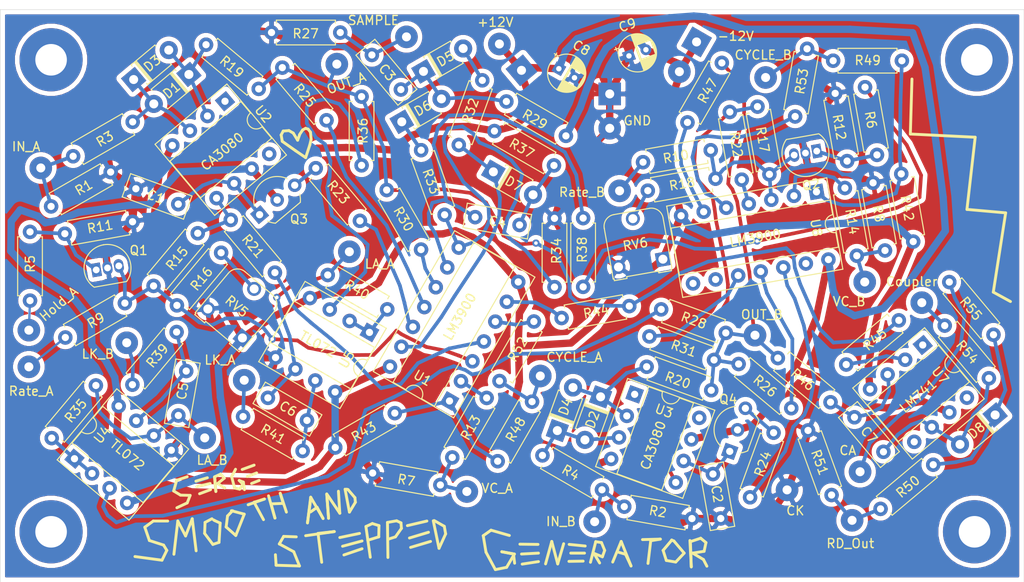
<source format=kicad_pcb>
(kicad_pcb (version 20171130) (host pcbnew "(5.1.2-1)-1")
  (layers (0 F.Cu signal) (31 B.Cu signal) (34 B.Paste user hide) (35 F.Paste user hide) (36 B.SilkS user hide) (37 F.SilkS user) (38 B.Mask user) (39 F.Mask user hide) (44 Edge.Cuts user))
  (net 0 "")
  (net 1 Earth)
  (net 2 "Net-(C1-Pad1)")
  (net 3 "Net-(C2-Pad1)")
  (net 4 "Net-(C3-Pad2)")
  (net 5 "Net-(C3-Pad1)")
  (net 6 "Net-(C4-Pad1)")
  (net 7 "Net-(C4-Pad2)")
  (net 8 "Net-(C5-Pad1)")
  (net 9 "Net-(C5-Pad2)")
  (net 10 "Net-(C6-Pad1)")
  (net 11 "Net-(C6-Pad2)")
  (net 12 "Net-(C7-Pad1)")
  (net 13 "Net-(C7-Pad2)")
  (net 14 +12V)
  (net 15 -12V)
  (net 16 "Net-(D1-Pad2)")
  (net 17 "Net-(D1-Pad1)")
  (net 18 "Net-(D2-Pad1)")
  (net 19 "Net-(D2-Pad2)")
  (net 20 "Net-(D5-Pad2)")
  (net 21 "Net-(D6-Pad1)")
  (net 22 "Net-(D7-Pad1)")
  (net 23 "Net-(D8-Pad1)")
  (net 24 "Net-(J1-Pad1)")
  (net 25 "Net-(J2-Pad1)")
  (net 26 "Net-(J3-Pad1)")
  (net 27 "Net-(J4-Pad1)")
  (net 28 "Net-(J5-Pad1)")
  (net 29 "Net-(J8-Pad1)")
  (net 30 "Net-(J9-Pad1)")
  (net 31 "Net-(J11-Pad1)")
  (net 32 "Net-(J12-Pad1)")
  (net 33 "Net-(J13-Pad1)")
  (net 34 "Net-(J14-Pad1)")
  (net 35 "Net-(J15-Pad1)")
  (net 36 "Net-(J16-Pad1)")
  (net 37 "Net-(J18-Pad1)")
  (net 38 "Net-(Q1-Pad1)")
  (net 39 "Net-(Q1-Pad3)")
  (net 40 "Net-(Q2-Pad3)")
  (net 41 "Net-(Q2-Pad1)")
  (net 42 "Net-(Q3-Pad3)")
  (net 43 "Net-(Q4-Pad3)")
  (net 44 Sample)
  (net 45 "Net-(R13-Pad1)")
  (net 46 "Net-(R14-Pad1)")
  (net 47 "Net-(R15-Pad1)")
  (net 48 "Net-(R16-Pad1)")
  (net 49 "Net-(R17-Pad1)")
  (net 50 "Net-(R18-Pad1)")
  (net 51 "Net-(R21-Pad2)")
  (net 52 "Net-(R22-Pad2)")
  (net 53 "Net-(R23-Pad2)")
  (net 54 "Net-(R24-Pad2)")
  (net 55 "Net-(R25-Pad1)")
  (net 56 "Net-(R26-Pad1)")
  (net 57 "Net-(R28-Pad1)")
  (net 58 "Net-(R30-Pad1)")
  (net 59 "Net-(R31-Pad1)")
  (net 60 "Net-(R33-Pad1)")
  (net 61 "Net-(R35-Pad2)")
  (net 62 "Net-(R36-Pad1)")
  (net 63 "Net-(R40-Pad2)")
  (net 64 "Net-(R42-Pad1)")
  (net 65 "Net-(R43-Pad1)")
  (net 66 "Net-(R44-Pad1)")
  (net 67 "Net-(R45-Pad1)")
  (net 68 "Net-(R47-Pad2)")
  (net 69 "Net-(R52-Pad2)")
  (net 70 "Net-(R53-Pad2)")
  (net 71 "Net-(U2-Pad1)")
  (net 72 "Net-(U2-Pad8)")
  (net 73 "Net-(U3-Pad8)")
  (net 74 "Net-(U3-Pad1)")
  (net 75 "Net-(U7-Pad1)")
  (net 76 "Net-(U7-Pad5)")
  (net 77 "Net-(U7-Pad8)")
  (net 78 "Net-(U8-Pad8)")
  (net 79 "Net-(U8-Pad9)")
  (net 80 "Net-(U8-Pad13)")
  (net 81 "Net-(J22-Pad1)")
  (net 82 "Net-(J23-Pad1)")
  (module Connector_Wire:SolderWirePad_1x01_Drill1mm (layer F.Cu) (at 106.519706 68.70435 320)
    (fp_text reference J18 hide)
    (fp_text value RD_OUT)
    (pad 1 thru_hole circle (at 0 0 320) (size 2.49936 2.49936) (drill 1.00076) (layers *.Cu *.Mask) (net 37 "Net-(J18-Pad1)"))
  )
  (module Diode_THT:D_T-1_P5.08mm_Horizontal (layer F.Cu) (at 122.3772 57.023 220)
    (fp_text reference D8 (at 2.686283 -0.000641 40) (layer F.SilkS))
    (fp_text value D)
    (pad 2 thru_hole oval (at 5.08 0 220) (size 2 2) (drill 1) (layers *.Cu *.Mask) (net 12 "Net-(C7-Pad1)"))
    (pad 1 thru_hole rect (at 0 0 220) (size 2 2) (drill 1) (layers *.Cu *.Mask) (net 23 "Net-(D8-Pad1)"))
  )
  (module MountingHole:MountingHole_3.5mm_Pad (layer F.Cu) (at 120.3452 17.653)
    (fp_text reference REF** hide)
    (fp_text value MountingHole_3.5mm_Pad hide)
    (pad 1 thru_hole circle (at 0 0) (size 7 7) (drill 3.5) (layers *.Cu *.Mask))
  )
  (module MountingHole:MountingHole_3.5mm_Pad (layer F.Cu) (at 120.0912 69.977)
    (fp_text reference REF** hide)
    (fp_text value MountingHole_3.5mm_Pad hide)
    (pad 1 thru_hole circle (at 0 0) (size 7 7) (drill 3.5) (layers *.Cu *.Mask))
  )
  (module MountingHole:MountingHole_3.5mm_Pad (layer F.Cu) (at 17.7292 69.977)
    (fp_text reference REF** hide)
    (fp_text value MountingHole_3.5mm_Pad hide)
    (pad 1 thru_hole circle (at 0 0) (size 7 7) (drill 3.5) (layers *.Cu *.Mask))
  )
  (module MountingHole:MountingHole_3.5mm_Pad (layer F.Cu) (at 17.7292 17.653)
    (fp_text reference REF** hide)
    (fp_text value MountingHole_3.5mm_Pad hide)
    (pad 1 thru_hole circle (at 0 0) (size 7 7) (drill 3.5) (layers *.Cu *.Mask))
  )
  (module Connector_Wire:SolderWirePad_1x01_Drill1mm (layer F.Cu) (at 80.7466 32.1818 10)
    (fp_text reference J23 hide)
    (fp_text value RATE_B)
    (pad 1 thru_hole circle (at 0 0 10) (size 2.49936 2.49936) (drill 1.00076) (layers *.Cu *.Mask) (net 82 "Net-(J23-Pad1)"))
  )
  (module Connector_Wire:SolderWirePad_1x01_Drill1mm (layer F.Cu) (at 15.2654 51.689)
    (fp_text reference J22 hide)
    (fp_text value RATE_A)
    (pad 1 thru_hole circle (at 0 0) (size 2.49936 2.49936) (drill 1.00076) (layers *.Cu *.Mask) (net 81 "Net-(J22-Pad1)"))
  )
  (module Capacitor_THT:C_Rect_L7.0mm_W2.5mm_P5.00mm (layer F.Cu) (at 31.8262 33.655 160)
    (fp_text reference C1 (at 2.640945 -0.096262 160) (layer F.SilkS))
    (fp_text value 100n)
    (pad 2 thru_hole circle (at 5 0 160) (size 1.6 1.6) (drill 0.8) (layers *.Cu *.Mask) (net 1 Earth))
    (pad 1 thru_hole circle (at 0 0 160) (size 1.6 1.6) (drill 0.8) (layers *.Cu *.Mask) (net 2 "Net-(C1-Pad1)"))
  )
  (module Capacitor_THT:C_Rect_L7.0mm_W2.5mm_P5.00mm (layer F.Cu) (at 91.09575 63.574154 280)
    (fp_text reference C2 (at 2.255664 -0.054994 100) (layer F.SilkS))
    (fp_text value 220n)
    (pad 2 thru_hole circle (at 5 0 280) (size 1.6 1.6) (drill 0.8) (layers *.Cu *.Mask) (net 1 Earth))
    (pad 1 thru_hole circle (at 0 0 280) (size 1.6 1.6) (drill 0.8) (layers *.Cu *.Mask) (net 3 "Net-(C2-Pad1)"))
  )
  (module Capacitor_THT:C_Rect_L7.0mm_W2.5mm_P5.00mm (layer F.Cu) (at 53.2892 17.1196 310)
    (fp_text reference C3 (at 2.556341 -0.04336 130) (layer F.SilkS))
    (fp_text value 1n)
    (pad 2 thru_hole circle (at 5 0 310) (size 1.6 1.6) (drill 0.8) (layers *.Cu *.Mask) (net 4 "Net-(C3-Pad2)"))
    (pad 1 thru_hole circle (at 0 0 310) (size 1.6 1.6) (drill 0.8) (layers *.Cu *.Mask) (net 5 "Net-(C3-Pad1)"))
  )
  (module Capacitor_THT:C_Rect_L7.0mm_W2.5mm_P5.00mm (layer F.Cu) (at 69.658637 35.963586 170)
    (fp_text reference C4 (at 2.469862 -0.103067 170) (layer F.SilkS))
    (fp_text value 1n)
    (pad 1 thru_hole circle (at 0 0 170) (size 1.6 1.6) (drill 0.8) (layers *.Cu *.Mask) (net 6 "Net-(C4-Pad1)"))
    (pad 2 thru_hole circle (at 5 0 170) (size 1.6 1.6) (drill 0.8) (layers *.Cu *.Mask) (net 7 "Net-(C4-Pad2)"))
  )
  (module Capacitor_THT:C_Rect_L7.0mm_W2.5mm_P5.00mm (layer F.Cu) (at 31.838125 57.081303 80)
    (fp_text reference C5 (at 2.740617 -0.005309 80) (layer F.SilkS))
    (fp_text value 47p)
    (pad 1 thru_hole circle (at 0 0 80) (size 1.6 1.6) (drill 0.8) (layers *.Cu *.Mask) (net 8 "Net-(C5-Pad1)"))
    (pad 2 thru_hole circle (at 5 0 80) (size 1.6 1.6) (drill 0.8) (layers *.Cu *.Mask) (net 9 "Net-(C5-Pad2)"))
  )
  (module Capacitor_THT:C_Rect_L7.0mm_W2.5mm_P5.00mm (layer F.Cu) (at 41.763233 55.129962 330)
    (fp_text reference C6 (at 2.534481 -0.069285 150) (layer F.SilkS))
    (fp_text value 47p)
    (pad 1 thru_hole circle (at 0 0 330) (size 1.6 1.6) (drill 0.8) (layers *.Cu *.Mask) (net 10 "Net-(C6-Pad1)"))
    (pad 2 thru_hole circle (at 5 0 330) (size 1.6 1.6) (drill 0.8) (layers *.Cu *.Mask) (net 11 "Net-(C6-Pad2)"))
  )
  (module Capacitor_THT:C_Rect_L7.0mm_W2.5mm_P5.00mm (layer F.Cu) (at 109.996512 61.111777 130)
    (fp_text reference C7 (at 2.477297 -0.029158 130) (layer F.SilkS))
    (fp_text value 100p)
    (pad 1 thru_hole circle (at 0 0 130) (size 1.6 1.6) (drill 0.8) (layers *.Cu *.Mask) (net 12 "Net-(C7-Pad1)"))
    (pad 2 thru_hole circle (at 5 0 130) (size 1.6 1.6) (drill 0.8) (layers *.Cu *.Mask) (net 13 "Net-(C7-Pad2)"))
  )
  (module Capacitor_THT:CP_Radial_D4.0mm_P2.00mm (layer F.Cu) (at 74.0156 18.6436 330)
    (fp_text reference C8 (at 1 -3.25 150) (layer F.SilkS))
    (fp_text value 10u)
    (pad 1 thru_hole rect (at 0 0 330) (size 1.2 1.2) (drill 0.6) (layers *.Cu *.Mask) (net 14 +12V))
    (pad 2 thru_hole circle (at 2 0 330) (size 1.2 1.2) (drill 0.6) (layers *.Cu *.Mask) (net 1 Earth))
  )
  (module Capacitor_THT:CP_Radial_D4.0mm_P2.00mm (layer F.Cu) (at 81.788 17.2212 20)
    (fp_text reference C9 (at 1 -3.25 20) (layer F.SilkS))
    (fp_text value 10u)
    (pad 2 thru_hole circle (at 2 0 20) (size 1.2 1.2) (drill 0.6) (layers *.Cu *.Mask) (net 15 -12V))
    (pad 1 thru_hole rect (at 0 0 20) (size 1.2 1.2) (drill 0.6) (layers *.Cu *.Mask) (net 1 Earth))
  )
  (module Diode_THT:D_T-1_P5.08mm_Horizontal (layer F.Cu) (at 33.006355 19.278063 220)
    (fp_text reference D1 (at 2.595214 -0.110914 40) (layer F.SilkS))
    (fp_text value D)
    (pad 2 thru_hole oval (at 5.08 0 220) (size 2 2) (drill 1) (layers *.Cu *.Mask) (net 16 "Net-(D1-Pad2)"))
    (pad 1 thru_hole rect (at 0 0 220) (size 2 2) (drill 1) (layers *.Cu *.Mask) (net 17 "Net-(D1-Pad1)"))
  )
  (module Diode_THT:D_T-1_P5.08mm_Horizontal (layer F.Cu) (at 78.642081 55.013903 250)
    (fp_text reference D2 (at 2.694481 -0.030739 70) (layer F.SilkS))
    (fp_text value D)
    (pad 1 thru_hole rect (at 0 0 250) (size 2 2) (drill 1) (layers *.Cu *.Mask) (net 18 "Net-(D2-Pad1)"))
    (pad 2 thru_hole oval (at 5.08 0 250) (size 2 2) (drill 1) (layers *.Cu *.Mask) (net 19 "Net-(D2-Pad2)"))
  )
  (module Diode_THT:D_T-1_P5.08mm_Horizontal (layer F.Cu) (at 26.881207 19.841958 40)
    (fp_text reference D3 (at 2.73519 -0.031867 40) (layer F.SilkS))
    (fp_text value D)
    (pad 2 thru_hole oval (at 5.08 0 40) (size 2 2) (drill 1) (layers *.Cu *.Mask) (net 17 "Net-(D1-Pad1)"))
    (pad 1 thru_hole rect (at 0 0 40) (size 2 2) (drill 1) (layers *.Cu *.Mask) (net 16 "Net-(D1-Pad2)"))
  )
  (module Diode_THT:D_T-1_P5.08mm_Horizontal (layer F.Cu) (at 73.847296 58.755857 70)
    (fp_text reference D4 (at 2.805791 -0.031215 70) (layer F.SilkS))
    (fp_text value D)
    (pad 1 thru_hole rect (at 0 0 70) (size 2 2) (drill 1) (layers *.Cu *.Mask) (net 19 "Net-(D2-Pad2)"))
    (pad 2 thru_hole oval (at 5.08 0 70) (size 2 2) (drill 1) (layers *.Cu *.Mask) (net 18 "Net-(D2-Pad1)"))
  )
  (module Diode_THT:D_T-1_P5.08mm_Horizontal (layer F.Cu) (at 59.009719 18.941521 30)
    (fp_text reference D5 (at 2.823994 0.02526 30) (layer F.SilkS))
    (fp_text value D)
    (pad 2 thru_hole oval (at 5.08 0 30) (size 2 2) (drill 1) (layers *.Cu *.Mask) (net 20 "Net-(D5-Pad2)"))
    (pad 1 thru_hole rect (at 0 0 30) (size 2 2) (drill 1) (layers *.Cu *.Mask) (net 4 "Net-(C3-Pad2)"))
  )
  (module Diode_THT:D_T-1_P5.08mm_Horizontal (layer F.Cu) (at 56.602386 24.525498 30)
    (fp_text reference D6 (at 2.779887 -0.112877 30) (layer F.SilkS))
    (fp_text value D)
    (pad 1 thru_hole rect (at 0 0 30) (size 2 2) (drill 1) (layers *.Cu *.Mask) (net 21 "Net-(D6-Pad1)"))
    (pad 2 thru_hole oval (at 5.08 0 30) (size 2 2) (drill 1) (layers *.Cu *.Mask) (net 4 "Net-(C3-Pad2)"))
  )
  (module Diode_THT:D_T-1_P5.08mm_Horizontal (layer F.Cu) (at 66.755986 30.072449 330)
    (fp_text reference D7 (at 2.627268 0.038933 150) (layer F.SilkS))
    (fp_text value D)
    (pad 1 thru_hole rect (at 0 0 330) (size 2 2) (drill 1) (layers *.Cu *.Mask) (net 22 "Net-(D7-Pad1)"))
    (pad 2 thru_hole oval (at 5.08 0 330) (size 2 2) (drill 1) (layers *.Cu *.Mask) (net 6 "Net-(C4-Pad1)"))
  )
  (module Connector_Wire:SolderWirePad_1x01_Drill1mm (layer F.Cu) (at 16.5862 29.6418)
    (fp_text reference J1 hide)
    (fp_text value IN_A)
    (pad 1 thru_hole circle (at 0 0) (size 2.49936 2.49936) (drill 1.00076) (layers *.Cu *.Mask) (net 24 "Net-(J1-Pad1)"))
  )
  (module Connector_Wire:SolderWirePad_1x01_Drill1mm (layer F.Cu) (at 77.982639 68.856575 350)
    (fp_text reference J2 hide)
    (fp_text value IN_B)
    (pad 1 thru_hole circle (at 0 0 350) (size 2.49936 2.49936) (drill 1.00076) (layers *.Cu *.Mask) (net 25 "Net-(J2-Pad1)"))
  )
  (module Connector_Wire:SolderWirePad_1x01_Drill1mm (layer F.Cu) (at 63.815266 65.508957 260)
    (fp_text reference J3 hide)
    (fp_text value VC_A)
    (pad 1 thru_hole circle (at 0 0 260) (size 2.49936 2.49936) (drill 1.00076) (layers *.Cu *.Mask) (net 26 "Net-(J3-Pad1)"))
  )
  (module Connector_Wire:SolderWirePad_1x01_Drill1mm (layer F.Cu) (at 107.920999 42.284948 280)
    (fp_text reference J4 hide)
    (fp_text value VC_B)
    (pad 1 thru_hole circle (at 0 0 280) (size 2.49936 2.49936) (drill 1.00076) (layers *.Cu *.Mask) (net 27 "Net-(J4-Pad1)"))
  )
  (module Connector_Wire:SolderWirePad_1x01_Drill1mm (layer F.Cu) (at 15.2654 47.625)
    (fp_text reference J5 hide)
    (fp_text value HOLD_A)
    (pad 1 thru_hole circle (at 0 0) (size 2.49936 2.49936) (drill 1.00076) (layers *.Cu *.Mask) (net 28 "Net-(J5-Pad1)"))
  )
  (module Connector_Wire:SolderWirePad_1x01_Drill1mm (layer F.Cu) (at 57.1246 15.113)
    (fp_text reference J6 hide)
    (fp_text value SAMPLE)
    (pad 1 thru_hole circle (at 0 0) (size 2.49936 2.49936) (drill 1.00076) (layers *.Cu *.Mask) (net 5 "Net-(C3-Pad1)"))
  )
  (module Connector_Wire:SolderWirePad_1x01_Drill1mm (layer F.Cu) (at 34.759885 59.56611 50)
    (fp_text reference J7 hide)
    (fp_text value LA_B)
    (pad 1 thru_hole circle (at 0 0 50) (size 2.49936 2.49936) (drill 1.00076) (layers *.Cu *.Mask) (net 8 "Net-(C5-Pad1)"))
  )
  (module Connector_Wire:SolderWirePad_1x01_Drill1mm (layer F.Cu) (at 26.1112 49.022 50)
    (fp_text reference J8 hide)
    (fp_text value LK_B)
    (pad 1 thru_hole circle (at 0 0 50) (size 2.49936 2.49936) (drill 1.00076) (layers *.Cu *.Mask) (net 29 "Net-(J8-Pad1)"))
  )
  (module Connector_Wire:SolderWirePad_1x01_Drill1mm (layer F.Cu) (at 49.403 18.1356)
    (fp_text reference J9 hide)
    (fp_text value OUT_A)
    (pad 1 thru_hole circle (at 0 0) (size 2.49936 2.49936) (drill 1.00076) (layers *.Cu *.Mask) (net 30 "Net-(J9-Pad1)"))
  )
  (module Connector_Wire:SolderWirePad_1x01_Drill1mm (layer F.Cu) (at 50.792265 38.932419 330)
    (fp_text reference J10 hide)
    (fp_text value LA_A)
    (pad 1 thru_hole circle (at 0 0 330) (size 2.49936 2.49936) (drill 1.00076) (layers *.Cu *.Mask) (net 10 "Net-(C6-Pad1)"))
  )
  (module Connector_Wire:SolderWirePad_1x01_Drill1mm (layer F.Cu) (at 39.138111 53.174407 330)
    (fp_text reference J11 hide)
    (fp_text value LK_A)
    (pad 1 thru_hole circle (at 0 0 330) (size 2.49936 2.49936) (drill 1.00076) (layers *.Cu *.Mask) (net 31 "Net-(J11-Pad1)"))
  )
  (module Connector_Wire:SolderWirePad_1x01_Drill1mm (layer F.Cu) (at 95.758 48.1838 340)
    (fp_text reference J12 hide)
    (fp_text value OUT_B)
    (pad 1 thru_hole circle (at 0 0 340) (size 2.49936 2.49936) (drill 1.00076) (layers *.Cu *.Mask) (net 32 "Net-(J12-Pad1)"))
  )
  (module Connector_Wire:SolderWirePad_1x01_Drill1mm (layer F.Cu) (at 96.934398 19.61677 280)
    (fp_text reference J13 hide)
    (fp_text value CYCLE_B)
    (pad 1 thru_hole circle (at 0 0 280) (size 2.49936 2.49936) (drill 1.00076) (layers *.Cu *.Mask) (net 33 "Net-(J13-Pad1)"))
  )
  (module Connector_Wire:SolderWirePad_1x01_Drill1mm (layer F.Cu) (at 71.9582 52.705 60)
    (fp_text reference J14 hide)
    (fp_text value CYCLE_A)
    (pad 1 thru_hole circle (at 0 0 60) (size 2.49936 2.49936) (drill 1.00076) (layers *.Cu *.Mask) (net 34 "Net-(J14-Pad1)"))
  )
  (module Connector_Wire:SolderWirePad_1x01_Drill1mm (layer F.Cu) (at 114.2492 44.577 40)
    (fp_text reference J15 hide)
    (fp_text value COUPLER)
    (pad 1 thru_hole circle (at 0 0 40) (size 2.49936 2.49936) (drill 1.00076) (layers *.Cu *.Mask) (net 35 "Net-(J15-Pad1)"))
  )
  (module Connector_Wire:SolderWirePad_1x01_Drill1mm (layer F.Cu) (at 107.405531 63.319027 310)
    (fp_text reference J16 hide)
    (fp_text value CA)
    (pad 1 thru_hole circle (at 0 0 310) (size 2.49936 2.49936) (drill 1.00076) (layers *.Cu *.Mask) (net 36 "Net-(J16-Pad1)"))
  )
  (module Connector_Wire:SolderWirePad_1x01_Drill1mm (layer F.Cu) (at 99.314 65.3288 340)
    (fp_text reference J17 hide)
    (fp_text value CK)
    (pad 1 thru_hole circle (at 0 0 340) (size 2.49936 2.49936) (drill 1.00076) (layers *.Cu *.Mask) (net 1 Earth))
  )
  (module Connector_Wire:SolderWirePad_1x02_P3.81mm_Drill1mm (layer F.Cu) (at 69.8754 18.8214 130)
    (fp_text reference J19 hide)
    (fp_text value +12V_Conn)
    (pad 2 thru_hole circle (at 3.81 0 130) (size 2.49936 2.49936) (drill 1.00076) (layers *.Cu *.Mask) (net 14 +12V))
    (pad 1 thru_hole rect (at 0 0 130) (size 2.49936 2.49936) (drill 1.00076) (layers *.Cu *.Mask) (net 14 +12V))
  )
  (module Connector_Wire:SolderWirePad_1x02_P3.81mm_Drill1mm (layer F.Cu) (at 79.6544 21.4376 270)
    (fp_text reference J20 hide)
    (fp_text value GND_Conn)
    (pad 1 thru_hole rect (at 0 0 270) (size 2.49936 2.49936) (drill 1.00076) (layers *.Cu *.Mask) (net 1 Earth))
    (pad 2 thru_hole circle (at 3.81 0 270) (size 2.49936 2.49936) (drill 1.00076) (layers *.Cu *.Mask) (net 1 Earth))
  )
  (module Connector_Wire:SolderWirePad_1x02_P3.81mm_Drill1mm (layer F.Cu) (at 89.281 15.6718 240)
    (fp_text reference J21 hide)
    (fp_text value -12V_Conn)
    (pad 1 thru_hole rect (at 0 0 240) (size 2.49936 2.49936) (drill 1.00076) (layers *.Cu *.Mask) (net 15 -12V))
    (pad 2 thru_hole circle (at 3.81 0 240) (size 2.49936 2.49936) (drill 1.00076) (layers *.Cu *.Mask) (net 15 -12V))
  )
  (module Package_TO_SOT_THT:TO-92_Inline (layer F.Cu) (at 22.733 40.9448 10)
    (fp_text reference Q1 (at 5.002518 -1.310227) (layer F.SilkS))
    (fp_text value 2N3906)
    (pad 1 thru_hole rect (at 0 0 10) (size 1.05 1.5) (drill 0.75) (layers *.Cu *.Mask) (net 38 "Net-(Q1-Pad1)"))
    (pad 3 thru_hole oval (at 2.54 0 10) (size 1.05 1.5) (drill 0.75) (layers *.Cu *.Mask) (net 39 "Net-(Q1-Pad3)"))
    (pad 2 thru_hole oval (at 1.27 0 10) (size 1.05 1.5) (drill 0.75) (layers *.Cu *.Mask) (net 1 Earth))
  )
  (module Package_TO_SOT_THT:TO-92_Inline (layer F.Cu) (at 102.602498 27.773433 190)
    (fp_text reference Q2 (at 1.27 -3.56 10) (layer F.SilkS))
    (fp_text value 2N3906)
    (pad 2 thru_hole oval (at 1.27 0 190) (size 1.05 1.5) (drill 0.75) (layers *.Cu *.Mask) (net 1 Earth))
    (pad 3 thru_hole oval (at 2.54 0 190) (size 1.05 1.5) (drill 0.75) (layers *.Cu *.Mask) (net 40 "Net-(Q2-Pad3)"))
    (pad 1 thru_hole rect (at 0 0 190) (size 1.05 1.5) (drill 0.75) (layers *.Cu *.Mask) (net 41 "Net-(Q2-Pad1)"))
  )
  (module Package_TO_SOT_THT:TO-92_Inline_Wide (layer F.Cu) (at 40.8432 34.8234 40)
    (fp_text reference Q3 (at 3.036486 3.177904) (layer F.SilkS))
    (fp_text value Q_NJFET_GDS)
    (pad 1 thru_hole rect (at 0 0 130) (size 1.5 1.5) (drill 0.8) (layers *.Cu *.Mask) (net 2 "Net-(C1-Pad1)"))
    (pad 3 thru_hole circle (at 5.08 0 130) (size 1.5 1.5) (drill 0.8) (layers *.Cu *.Mask) (net 42 "Net-(Q3-Pad3)"))
    (pad 2 thru_hole circle (at 2.54 0 130) (size 1.5 1.5) (drill 0.8) (layers *.Cu *.Mask) (net 14 +12V))
  )
  (module Package_TO_SOT_THT:TO-92_Inline_Wide (layer F.Cu) (at 92.95624 61.061764 70)
    (fp_text reference Q4 (at 5.360077 -2.131861) (layer F.SilkS))
    (fp_text value Q_NJFET_GDS)
    (pad 2 thru_hole circle (at 2.54 0 160) (size 1.5 1.5) (drill 0.8) (layers *.Cu *.Mask) (net 14 +12V))
    (pad 3 thru_hole circle (at 5.08 0 160) (size 1.5 1.5) (drill 0.8) (layers *.Cu *.Mask) (net 43 "Net-(Q4-Pad3)"))
    (pad 1 thru_hole rect (at 0 0 160) (size 1.5 1.5) (drill 0.8) (layers *.Cu *.Mask) (net 3 "Net-(C2-Pad1)"))
  )
  (module Resistor_THT:R_Axial_DIN0207_L6.3mm_D2.5mm_P7.62mm_Horizontal (layer F.Cu) (at 17.7292 33.909 30)
    (fp_text reference R1 (at 4.186977 0.012342 30) (layer F.SilkS))
    (fp_text value 33K)
    (pad 1 thru_hole circle (at 0 0 30) (size 1.6 1.6) (drill 0.8) (layers *.Cu *.Mask) (net 24 "Net-(J1-Pad1)"))
    (pad 2 thru_hole oval (at 7.62 0 30) (size 1.6 1.6) (drill 0.8) (layers *.Cu *.Mask) (net 1 Earth))
  )
  (module Resistor_THT:R_Axial_DIN0207_L6.3mm_D2.5mm_P7.62mm_Horizontal (layer F.Cu) (at 81.266445 67.186591 350)
    (fp_text reference R2 (at 3.761821 -0.099537 170) (layer F.SilkS))
    (fp_text value 33K)
    (pad 2 thru_hole oval (at 7.62 0 350) (size 1.6 1.6) (drill 0.8) (layers *.Cu *.Mask) (net 1 Earth))
    (pad 1 thru_hole circle (at 0 0 350) (size 1.6 1.6) (drill 0.8) (layers *.Cu *.Mask) (net 25 "Net-(J2-Pad1)"))
  )
  (module Resistor_THT:R_Axial_DIN0207_L6.3mm_D2.5mm_P7.62mm_Horizontal (layer F.Cu) (at 26.7716 24.5364 210)
    (fp_text reference R3 (at 3.614142 -0.113078 30) (layer F.SilkS))
    (fp_text value 33K)
    (pad 2 thru_hole oval (at 7.62 0 210) (size 1.6 1.6) (drill 0.8) (layers *.Cu *.Mask) (net 24 "Net-(J1-Pad1)"))
    (pad 1 thru_hole circle (at 0 0 210) (size 1.6 1.6) (drill 0.8) (layers *.Cu *.Mask) (net 16 "Net-(D1-Pad2)"))
  )
  (module Resistor_THT:R_Axial_DIN0207_L6.3mm_D2.5mm_P7.62mm_Horizontal (layer F.Cu) (at 72.197233 61.507018 330)
    (fp_text reference R4 (at 3.654992 0.103098 150) (layer F.SilkS))
    (fp_text value 33K)
    (pad 1 thru_hole circle (at 0 0 330) (size 1.6 1.6) (drill 0.8) (layers *.Cu *.Mask) (net 19 "Net-(D2-Pad2)"))
    (pad 2 thru_hole oval (at 7.62 0 330) (size 1.6 1.6) (drill 0.8) (layers *.Cu *.Mask) (net 25 "Net-(J2-Pad1)"))
  )
  (module Resistor_THT:R_Axial_DIN0207_L6.3mm_D2.5mm_P7.62mm_Horizontal (layer F.Cu) (at 15.3924 36.7284 270)
    (fp_text reference R5 (at 3.556 -0.0254 90) (layer F.SilkS))
    (fp_text value 33K)
    (pad 1 thru_hole circle (at 0 0 270) (size 1.6 1.6) (drill 0.8) (layers *.Cu *.Mask) (net 38 "Net-(Q1-Pad1)"))
    (pad 2 thru_hole oval (at 7.62 0 270) (size 1.6 1.6) (drill 0.8) (layers *.Cu *.Mask) (net 28 "Net-(J5-Pad1)"))
  )
  (module Resistor_THT:R_Axial_DIN0207_L6.3mm_D2.5mm_P7.62mm_Horizontal (layer F.Cu) (at 109.279573 28.19518 100)
    (fp_text reference R6 (at 3.948933 -0.008984 100) (layer F.SilkS))
    (fp_text value 33K)
    (pad 1 thru_hole circle (at 0 0 100) (size 1.6 1.6) (drill 0.8) (layers *.Cu *.Mask) (net 41 "Net-(Q2-Pad1)"))
    (pad 2 thru_hole oval (at 7.62 0 100) (size 1.6 1.6) (drill 0.8) (layers *.Cu *.Mask) (net 44 Sample))
  )
  (module Resistor_THT:R_Axial_DIN0207_L6.3mm_D2.5mm_P7.62mm_Horizontal (layer F.Cu) (at 60.878946 64.786013 170)
    (fp_text reference R7 (at 3.813317 -0.140294 170) (layer F.SilkS))
    (fp_text value 100K)
    (pad 1 thru_hole circle (at 0 0 170) (size 1.6 1.6) (drill 0.8) (layers *.Cu *.Mask) (net 26 "Net-(J3-Pad1)"))
    (pad 2 thru_hole oval (at 7.62 0 170) (size 1.6 1.6) (drill 0.8) (layers *.Cu *.Mask) (net 1 Earth))
  )
  (module Resistor_THT:R_Axial_DIN0207_L6.3mm_D2.5mm_P7.62mm_Horizontal (layer F.Cu) (at 110.168284 38.793671 100)
    (fp_text reference R8 (at 4.159996 0.002733 100) (layer F.SilkS))
    (fp_text value 100K)
    (pad 1 thru_hole circle (at 0 0 100) (size 1.6 1.6) (drill 0.8) (layers *.Cu *.Mask) (net 27 "Net-(J4-Pad1)"))
    (pad 2 thru_hole oval (at 7.62 0 100) (size 1.6 1.6) (drill 0.8) (layers *.Cu *.Mask) (net 1 Earth))
  )
  (module Resistor_THT:R_Axial_DIN0207_L6.3mm_D2.5mm_P7.62mm_Horizontal (layer F.Cu) (at 25.908 44.6278 210)
    (fp_text reference R9 (at 3.736828 -0.071575 30) (layer F.SilkS))
    (fp_text value 2M7)
    (pad 2 thru_hole oval (at 7.62 0 210) (size 1.6 1.6) (drill 0.8) (layers *.Cu *.Mask) (net 81 "Net-(J22-Pad1)"))
    (pad 1 thru_hole circle (at 0 0 210) (size 1.6 1.6) (drill 0.8) (layers *.Cu *.Mask) (net 39 "Net-(Q1-Pad3)"))
  )
  (module Resistor_THT:R_Axial_DIN0207_L6.3mm_D2.5mm_P7.62mm_Horizontal (layer F.Cu) (at 90.85058 27.679098 190)
    (fp_text reference R10 (at 3.921702 -0.037678 10) (layer F.SilkS))
    (fp_text value 2M7)
    (pad 2 thru_hole oval (at 7.62 0 190) (size 1.6 1.6) (drill 0.8) (layers *.Cu *.Mask) (net 82 "Net-(J23-Pad1)"))
    (pad 1 thru_hole circle (at 0 0 190) (size 1.6 1.6) (drill 0.8) (layers *.Cu *.Mask) (net 40 "Net-(Q2-Pad3)"))
  )
  (module Resistor_THT:R_Axial_DIN0207_L6.3mm_D2.5mm_P7.62mm_Horizontal (layer F.Cu) (at 19.2532 36.9316 10)
    (fp_text reference R11 (at 3.984494 -0.071181 10) (layer F.SilkS))
    (fp_text value 15K)
    (pad 2 thru_hole oval (at 7.62 0 10) (size 1.6 1.6) (drill 0.8) (layers *.Cu *.Mask) (net 1 Earth))
    (pad 1 thru_hole circle (at 0 0 10) (size 1.6 1.6) (drill 0.8) (layers *.Cu *.Mask) (net 38 "Net-(Q1-Pad1)"))
  )
  (module Resistor_THT:R_Axial_DIN0207_L6.3mm_D2.5mm_P7.62mm_Horizontal (layer F.Cu) (at 105.970339 28.881854 100)
    (fp_text reference R12 (at 3.854342 -0.198861 100) (layer F.SilkS))
    (fp_text value 15K)
    (pad 1 thru_hole circle (at 0 0 100) (size 1.6 1.6) (drill 0.8) (layers *.Cu *.Mask) (net 41 "Net-(Q2-Pad1)"))
    (pad 2 thru_hole oval (at 7.62 0 100) (size 1.6 1.6) (drill 0.8) (layers *.Cu *.Mask) (net 1 Earth))
  )
  (module Resistor_THT:R_Axial_DIN0207_L6.3mm_D2.5mm_P7.62mm_Horizontal (layer F.Cu) (at 66.012472 55.137404 240)
    (fp_text reference R13 (at 3.740045 -0.138045 60) (layer F.SilkS))
    (fp_text value 2M7)
    (pad 2 thru_hole oval (at 7.62 0 240) (size 1.6 1.6) (drill 0.8) (layers *.Cu *.Mask) (net 26 "Net-(J3-Pad1)"))
    (pad 1 thru_hole circle (at 0 0 240) (size 1.6 1.6) (drill 0.8) (layers *.Cu *.Mask) (net 45 "Net-(R13-Pad1)"))
  )
  (module Resistor_THT:R_Axial_DIN0207_L6.3mm_D2.5mm_P7.62mm_Horizontal (layer F.Cu) (at 105.72273 31.865786 280)
    (fp_text reference R14 (at 3.798458 -0.121724 100) (layer F.SilkS))
    (fp_text value 2M7)
    (pad 2 thru_hole oval (at 7.62 0 280) (size 1.6 1.6) (drill 0.8) (layers *.Cu *.Mask) (net 27 "Net-(J4-Pad1)"))
    (pad 1 thru_hole circle (at 0 0 280) (size 1.6 1.6) (drill 0.8) (layers *.Cu *.Mask) (net 46 "Net-(R14-Pad1)"))
  )
  (module Resistor_THT:R_Axial_DIN0207_L6.3mm_D2.5mm_P7.62mm_Horizontal (layer F.Cu) (at 33.9852 36.8808 230)
    (fp_text reference R15 (at 3.609741 -0.044771 50) (layer F.SilkS))
    (fp_text value 82K)
    (pad 2 thru_hole oval (at 7.62 0 230) (size 1.6 1.6) (drill 0.8) (layers *.Cu *.Mask) (net 39 "Net-(Q1-Pad3)"))
    (pad 1 thru_hole circle (at 0 0 230) (size 1.6 1.6) (drill 0.8) (layers *.Cu *.Mask) (net 47 "Net-(R15-Pad1)"))
  )
  (module Resistor_THT:R_Axial_DIN0207_L6.3mm_D2.5mm_P7.62mm_Horizontal (layer F.Cu) (at 36.576 39.0398 230)
    (fp_text reference R16 (at 3.605937 -0.207366 50) (layer F.SilkS))
    (fp_text value 1M5)
    (pad 1 thru_hole circle (at 0 0 230) (size 1.6 1.6) (drill 0.8) (layers *.Cu *.Mask) (net 48 "Net-(R16-Pad1)"))
    (pad 2 thru_hole oval (at 7.62 0 230) (size 1.6 1.6) (drill 0.8) (layers *.Cu *.Mask) (net 39 "Net-(Q1-Pad3)"))
  )
  (module Resistor_THT:R_Axial_DIN0207_L6.3mm_D2.5mm_P7.62mm_Horizontal (layer F.Cu) (at 96.033461 22.844857 280)
    (fp_text reference R17 (at 3.68965 0.079165 100) (layer F.SilkS))
    (fp_text value 82K)
    (pad 2 thru_hole oval (at 7.62 0 280) (size 1.6 1.6) (drill 0.8) (layers *.Cu *.Mask) (net 40 "Net-(Q2-Pad3)"))
    (pad 1 thru_hole circle (at 0 0 280) (size 1.6 1.6) (drill 0.8) (layers *.Cu *.Mask) (net 49 "Net-(R17-Pad1)"))
  )
  (module Resistor_THT:R_Axial_DIN0207_L6.3mm_D2.5mm_P7.62mm_Horizontal (layer F.Cu) (at 83.877074 32.158488 10)
    (fp_text reference R18 (at 3.874211 -0.066956 10) (layer F.SilkS))
    (fp_text value 1M5)
    (pad 2 thru_hole oval (at 7.62 0 10) (size 1.6 1.6) (drill 0.8) (layers *.Cu *.Mask) (net 40 "Net-(Q2-Pad3)"))
    (pad 1 thru_hole circle (at 0 0 10) (size 1.6 1.6) (drill 0.8) (layers *.Cu *.Mask) (net 50 "Net-(R18-Pad1)"))
  )
  (module Resistor_THT:R_Axial_DIN0207_L6.3mm_D2.5mm_P7.62mm_Horizontal (layer F.Cu) (at 40.7416 20.8788 140)
    (fp_text reference R19 (at 3.863362 -0.05864 140) (layer F.SilkS))
    (fp_text value 33K)
    (pad 2 thru_hole oval (at 7.62 0 140) (size 1.6 1.6) (drill 0.8) (layers *.Cu *.Mask) (net 17 "Net-(D1-Pad1)"))
    (pad 1 thru_hole circle (at 0 0 140) (size 1.6 1.6) (drill 0.8) (layers *.Cu *.Mask) (net 30 "Net-(J9-Pad1)"))
  )
  (module Resistor_THT:R_Axial_DIN0207_L6.3mm_D2.5mm_P7.62mm_Horizontal (layer F.Cu) (at 90.907522 54.288376 160)
    (fp_text reference R20 (at 3.86211 -0.234272 160) (layer F.SilkS))
    (fp_text value 33K)
    (pad 1 thru_hole circle (at 0 0 160) (size 1.6 1.6) (drill 0.8) (layers *.Cu *.Mask) (net 32 "Net-(J12-Pad1)"))
    (pad 2 thru_hole oval (at 7.62 0 160) (size 1.6 1.6) (drill 0.8) (layers *.Cu *.Mask) (net 18 "Net-(D2-Pad1)"))
  )
  (module Resistor_THT:R_Axial_DIN0207_L6.3mm_D2.5mm_P7.62mm_Horizontal (layer F.Cu) (at 37.6428 35.4076 310)
    (fp_text reference R21 (at 3.821316 -0.009798 130) (layer F.SilkS))
    (fp_text value 15K)
    (pad 1 thru_hole circle (at 0 0 310) (size 1.6 1.6) (drill 0.8) (layers *.Cu *.Mask) (net 47 "Net-(R15-Pad1)"))
    (pad 2 thru_hole oval (at 7.62 0 310) (size 1.6 1.6) (drill 0.8) (layers *.Cu *.Mask) (net 51 "Net-(R21-Pad2)"))
  )
  (module Resistor_THT:R_Axial_DIN0207_L6.3mm_D2.5mm_P7.62mm_Horizontal (layer F.Cu) (at 92.965548 23.437397 280)
    (fp_text reference R22 (at 3.677523 -0.046361 100) (layer F.SilkS))
    (fp_text value 15K)
    (pad 1 thru_hole circle (at 0 0 280) (size 1.6 1.6) (drill 0.8) (layers *.Cu *.Mask) (net 49 "Net-(R17-Pad1)"))
    (pad 2 thru_hole oval (at 7.62 0 280) (size 1.6 1.6) (drill 0.8) (layers *.Cu *.Mask) (net 52 "Net-(R22-Pad2)"))
  )
  (module Resistor_THT:R_Axial_DIN0207_L6.3mm_D2.5mm_P7.62mm_Horizontal (layer F.Cu) (at 47.0662 29.6672 310)
    (fp_text reference R23 (at 3.643067 -0.192523 130) (layer F.SilkS))
    (fp_text value 820K)
    (pad 2 thru_hole oval (at 7.62 0 310) (size 1.6 1.6) (drill 0.8) (layers *.Cu *.Mask) (net 53 "Net-(R23-Pad2)"))
    (pad 1 thru_hole circle (at 0 0 310) (size 1.6 1.6) (drill 0.8) (layers *.Cu *.Mask) (net 42 "Net-(Q3-Pad3)"))
  )
  (module Resistor_THT:R_Axial_DIN0207_L6.3mm_D2.5mm_P7.62mm_Horizontal (layer F.Cu) (at 97.817804 58.992952 250)
    (fp_text reference R24 (at 3.657082 -0.085126 70) (layer F.SilkS))
    (fp_text value 1M)
    (pad 1 thru_hole circle (at 0 0 250) (size 1.6 1.6) (drill 0.8) (layers *.Cu *.Mask) (net 43 "Net-(Q4-Pad3)"))
    (pad 2 thru_hole oval (at 7.62 0 250) (size 1.6 1.6) (drill 0.8) (layers *.Cu *.Mask) (net 54 "Net-(R24-Pad2)"))
  )
  (module Resistor_THT:R_Axial_DIN0207_L6.3mm_D2.5mm_P7.62mm_Horizontal (layer F.Cu) (at 48.26 24.3586 130)
    (fp_text reference R25 (at 3.65246 -0.08517 130) (layer F.SilkS))
    (fp_text value 1M)
    (pad 1 thru_hole circle (at 0 0 130) (size 1.6 1.6) (drill 0.8) (layers *.Cu *.Mask) (net 55 "Net-(R25-Pad1)"))
    (pad 2 thru_hole oval (at 7.62 0 130) (size 1.6 1.6) (drill 0.8) (layers *.Cu *.Mask) (net 30 "Net-(J9-Pad1)"))
  )
  (module Resistor_THT:R_Axial_DIN0207_L6.3mm_D2.5mm_P7.62mm_Horizontal (layer F.Cu) (at 99.780347 56.274435 140)
    (fp_text reference R26 (at 3.801174 0.011079 140) (layer F.SilkS))
    (fp_text value 820K)
    (pad 2 thru_hole oval (at 7.62 0 140) (size 1.6 1.6) (drill 0.8) (layers *.Cu *.Mask) (net 32 "Net-(J12-Pad1)"))
    (pad 1 thru_hole circle (at 0 0 140) (size 1.6 1.6) (drill 0.8) (layers *.Cu *.Mask) (net 56 "Net-(R26-Pad1)"))
  )
  (module Resistor_THT:R_Axial_DIN0207_L6.3mm_D2.5mm_P7.62mm_Horizontal (layer F.Cu) (at 49.784 14.6304 180)
    (fp_text reference R27 (at 3.8354 -0.127) (layer F.SilkS))
    (fp_text value 100K)
    (pad 2 thru_hole oval (at 7.62 0 180) (size 1.6 1.6) (drill 0.8) (layers *.Cu *.Mask) (net 1 Earth))
    (pad 1 thru_hole circle (at 0 0 180) (size 1.6 1.6) (drill 0.8) (layers *.Cu *.Mask) (net 5 "Net-(C3-Pad1)"))
  )
  (module Resistor_THT:R_Axial_DIN0207_L6.3mm_D2.5mm_P7.62mm_Horizontal (layer F.Cu) (at 85.35913 45.322186 340)
    (fp_text reference R28 (at 3.821676 -0.075638 160) (layer F.SilkS))
    (fp_text value 10K)
    (pad 2 thru_hole oval (at 7.62 0 340) (size 1.6 1.6) (drill 0.8) (layers *.Cu *.Mask) (net 32 "Net-(J12-Pad1)"))
    (pad 1 thru_hole circle (at 0 0 340) (size 1.6 1.6) (drill 0.8) (layers *.Cu *.Mask) (net 57 "Net-(R28-Pad1)"))
  )
  (module Resistor_THT:R_Axial_DIN0207_L6.3mm_D2.5mm_P7.62mm_Horizontal (layer F.Cu) (at 68.199 22.2758 330)
    (fp_text reference R29 (at 3.718234 0.14097 150) (layer F.SilkS))
    (fp_text value 33K)
    (pad 2 thru_hole oval (at 7.62 0 330) (size 1.6 1.6) (drill 0.8) (layers *.Cu *.Mask) (net 15 -12V))
    (pad 1 thru_hole circle (at 0 0 330) (size 1.6 1.6) (drill 0.8) (layers *.Cu *.Mask) (net 4 "Net-(C3-Pad2)"))
  )
  (module Resistor_THT:R_Axial_DIN0207_L6.3mm_D2.5mm_P7.62mm_Horizontal (layer F.Cu) (at 58.738495 38.690146 120)
    (fp_text reference R30 (at 3.902804 0.008437 120) (layer F.SilkS))
    (fp_text value 330)
    (pad 2 thru_hole oval (at 7.62 0 120) (size 1.6 1.6) (drill 0.8) (layers *.Cu *.Mask) (net 30 "Net-(J9-Pad1)"))
    (pad 1 thru_hole circle (at 0 0 120) (size 1.6 1.6) (drill 0.8) (layers *.Cu *.Mask) (net 58 "Net-(R30-Pad1)"))
  )
  (module Resistor_THT:R_Axial_DIN0207_L6.3mm_D2.5mm_P7.62mm_Horizontal (layer F.Cu) (at 84.056805 48.318464 340)
    (fp_text reference R31 (at 4.030325 -0.042478 160) (layer F.SilkS))
    (fp_text value 330)
    (pad 1 thru_hole circle (at 0 0 340) (size 1.6 1.6) (drill 0.8) (layers *.Cu *.Mask) (net 59 "Net-(R31-Pad1)"))
    (pad 2 thru_hole oval (at 7.62 0 340) (size 1.6 1.6) (drill 0.8) (layers *.Cu *.Mask) (net 32 "Net-(J12-Pad1)"))
  )
  (module Resistor_THT:R_Axial_DIN0207_L6.3mm_D2.5mm_P7.62mm_Horizontal (layer F.Cu) (at 62.924298 27.093372 70)
    (fp_text reference R32 (at 3.988587 -0.082235 70) (layer F.SilkS))
    (fp_text value 680K)
    (pad 1 thru_hole circle (at 0 0 70) (size 1.6 1.6) (drill 0.8) (layers *.Cu *.Mask) (net 22 "Net-(D7-Pad1)"))
    (pad 2 thru_hole oval (at 7.62 0 70) (size 1.6 1.6) (drill 0.8) (layers *.Cu *.Mask) (net 20 "Net-(D5-Pad2)"))
  )
  (module Resistor_THT:R_Axial_DIN0207_L6.3mm_D2.5mm_P7.62mm_Horizontal (layer F.Cu) (at 61.352007 34.834883 110)
    (fp_text reference R33 (at 3.987994 -0.154979 110) (layer F.SilkS))
    (fp_text value 100K)
    (pad 1 thru_hole circle (at 0 0 110) (size 1.6 1.6) (drill 0.8) (layers *.Cu *.Mask) (net 60 "Net-(R33-Pad1)"))
    (pad 2 thru_hole oval (at 7.62 0 110) (size 1.6 1.6) (drill 0.8) (layers *.Cu *.Mask) (net 21 "Net-(D6-Pad1)"))
  )
  (module Resistor_THT:R_Axial_DIN0207_L6.3mm_D2.5mm_P7.62mm_Horizontal (layer F.Cu) (at 73.533 35.2298 270)
    (fp_text reference R34 (at 3.6068 -0.2286 90) (layer F.SilkS))
    (fp_text value 4M7)
    (pad 2 thru_hole oval (at 7.62 0 270) (size 1.6 1.6) (drill 0.8) (layers *.Cu *.Mask) (net 60 "Net-(R33-Pad1)"))
    (pad 1 thru_hole circle (at 0 0 270) (size 1.6 1.6) (drill 0.8) (layers *.Cu *.Mask) (net 1 Earth))
  )
  (module Resistor_THT:R_Axial_DIN0207_L6.3mm_D2.5mm_P7.62mm_Horizontal (layer F.Cu) (at 22.694602 53.752591 230)
    (fp_text reference R35 (at 3.583447 -0.10599 50) (layer F.SilkS))
    (fp_text value RLED)
    (pad 1 thru_hole circle (at 0 0 230) (size 1.6 1.6) (drill 0.8) (layers *.Cu *.Mask) (net 8 "Net-(C5-Pad1)"))
    (pad 2 thru_hole oval (at 7.62 0 230) (size 1.6 1.6) (drill 0.8) (layers *.Cu *.Mask) (net 61 "Net-(R35-Pad2)"))
  )
  (module Resistor_THT:R_Axial_DIN0207_L6.3mm_D2.5mm_P7.62mm_Horizontal (layer F.Cu) (at 52.147016 29.35617 90)
    (fp_text reference R36 (at 3.82917 0.151584 90) (layer F.SilkS))
    (fp_text value 10K)
    (pad 2 thru_hole oval (at 7.62 0 90) (size 1.6 1.6) (drill 0.8) (layers *.Cu *.Mask) (net 30 "Net-(J9-Pad1)"))
    (pad 1 thru_hole circle (at 0 0 90) (size 1.6 1.6) (drill 0.8) (layers *.Cu *.Mask) (net 62 "Net-(R36-Pad1)"))
  )
  (module Resistor_THT:R_Axial_DIN0207_L6.3mm_D2.5mm_P7.62mm_Horizontal (layer F.Cu) (at 73.472867 29.362029 150)
    (fp_text reference R37 (at 4.033115 -0.158573 150) (layer F.SilkS))
    (fp_text value 1M5)
    (pad 1 thru_hole circle (at 0 0 150) (size 1.6 1.6) (drill 0.8) (layers *.Cu *.Mask) (net 6 "Net-(C4-Pad1)"))
    (pad 2 thru_hole oval (at 7.62 0 150) (size 1.6 1.6) (drill 0.8) (layers *.Cu *.Mask) (net 14 +12V))
  )
  (module Resistor_THT:R_Axial_DIN0207_L6.3mm_D2.5mm_P7.62mm_Horizontal (layer F.Cu) (at 76.708 42.8244 90)
    (fp_text reference R38 (at 4.1148 -0.1016 90) (layer F.SilkS))
    (fp_text value 330)
    (pad 2 thru_hole oval (at 7.62 0 90) (size 1.6 1.6) (drill 0.8) (layers *.Cu *.Mask) (net 7 "Net-(C4-Pad2)"))
    (pad 1 thru_hole circle (at 0 0 90) (size 1.6 1.6) (drill 0.8) (layers *.Cu *.Mask) (net 44 Sample))
  )
  (module Resistor_THT:R_Axial_DIN0207_L6.3mm_D2.5mm_P7.62mm_Horizontal (layer F.Cu) (at 26.743819 53.668767 50)
    (fp_text reference R39 (at 4.231703 0.066438 50) (layer F.SilkS))
    (fp_text value 100)
    (pad 2 thru_hole oval (at 7.62 0 50) (size 1.6 1.6) (drill 0.8) (layers *.Cu *.Mask) (net 9 "Net-(C5-Pad2)"))
    (pad 1 thru_hole circle (at 0 0 50) (size 1.6 1.6) (drill 0.8) (layers *.Cu *.Mask) (net 29 "Net-(J8-Pad1)"))
  )
  (module Resistor_THT:R_Axial_DIN0207_L6.3mm_D2.5mm_P7.62mm_Horizontal (layer F.Cu) (at 48.395857 41.508321 330)
    (fp_text reference R40 (at 3.631091 -0.195452 150) (layer F.SilkS))
    (fp_text value RLED)
    (pad 1 thru_hole circle (at 0 0 330) (size 1.6 1.6) (drill 0.8) (layers *.Cu *.Mask) (net 10 "Net-(C6-Pad1)"))
    (pad 2 thru_hole oval (at 7.62 0 330) (size 1.6 1.6) (drill 0.8) (layers *.Cu *.Mask) (net 63 "Net-(R40-Pad2)"))
  )
  (module Resistor_THT:R_Axial_DIN0207_L6.3mm_D2.5mm_P7.62mm_Horizontal (layer F.Cu) (at 39.00989 57.206493 330)
    (fp_text reference R41 (at 3.860572 0.022887 150) (layer F.SilkS))
    (fp_text value 100)
    (pad 2 thru_hole oval (at 7.62 0 330) (size 1.6 1.6) (drill 0.8) (layers *.Cu *.Mask) (net 11 "Net-(C6-Pad2)"))
    (pad 1 thru_hole circle (at 0 0 330) (size 1.6 1.6) (drill 0.8) (layers *.Cu *.Mask) (net 31 "Net-(J11-Pad1)"))
  )
  (module Resistor_THT:R_Axial_DIN0207_L6.3mm_D2.5mm_P7.62mm_Horizontal (layer F.Cu) (at 111.971909 30.299631 280)
    (fp_text reference R42 (at 3.842798 0.015845 100) (layer F.SilkS))
    (fp_text value 1M)
    (pad 1 thru_hole circle (at 0 0 280) (size 1.6 1.6) (drill 0.8) (layers *.Cu *.Mask) (net 64 "Net-(R42-Pad1)"))
    (pad 2 thru_hole oval (at 7.62 0 280) (size 1.6 1.6) (drill 0.8) (layers *.Cu *.Mask) (net 15 -12V))
  )
  (module Resistor_THT:R_Axial_DIN0207_L6.3mm_D2.5mm_P7.62mm_Horizontal (layer F.Cu) (at 55.8292 56.8198 210)
    (fp_text reference R43 (at 4.011001 -0.089258 30) (layer F.SilkS))
    (fp_text value 1M)
    (pad 2 thru_hole oval (at 7.62 0 210) (size 1.6 1.6) (drill 0.8) (layers *.Cu *.Mask) (net 14 +12V))
    (pad 1 thru_hole circle (at 0 0 210) (size 1.6 1.6) (drill 0.8) (layers *.Cu *.Mask) (net 65 "Net-(R43-Pad1)"))
  )
  (module Resistor_THT:R_Axial_DIN0207_L6.3mm_D2.5mm_P7.62mm_Horizontal (layer F.Cu) (at 74.3204 46.2788 10)
    (fp_text reference R44 (at 3.89622 -0.009371 10) (layer F.SilkS))
    (fp_text value 470K)
    (pad 1 thru_hole circle (at 0 0 10) (size 1.6 1.6) (drill 0.8) (layers *.Cu *.Mask) (net 66 "Net-(R44-Pad1)"))
    (pad 2 thru_hole oval (at 7.62 0 10) (size 1.6 1.6) (drill 0.8) (layers *.Cu *.Mask) (net 30 "Net-(J9-Pad1)"))
  )
  (module Resistor_THT:R_Axial_DIN0207_L6.3mm_D2.5mm_P7.62mm_Horizontal (layer F.Cu) (at 105.8672 51.435 40)
    (fp_text reference R45 (at 4.23127 -0.063693 40) (layer F.SilkS))
    (fp_text value 10K)
    (pad 2 thru_hole oval (at 7.62 0 40) (size 1.6 1.6) (drill 0.8) (layers *.Cu *.Mask) (net 30 "Net-(J9-Pad1)"))
    (pad 1 thru_hole circle (at 0 0 40) (size 1.6 1.6) (drill 0.8) (layers *.Cu *.Mask) (net 67 "Net-(R45-Pad1)"))
  )
  (module Resistor_THT:R_Axial_DIN0207_L6.3mm_D2.5mm_P7.62mm_Horizontal (layer F.Cu) (at 104.129359 55.613846 140)
    (fp_text reference R46 (at 3.974208 -0.068045 140) (layer F.SilkS))
    (fp_text value 10K)
    (pad 1 thru_hole circle (at 0 0 140) (size 1.6 1.6) (drill 0.8) (layers *.Cu *.Mask) (net 13 "Net-(C7-Pad2)"))
    (pad 2 thru_hole oval (at 7.62 0 140) (size 1.6 1.6) (drill 0.8) (layers *.Cu *.Mask) (net 32 "Net-(J12-Pad1)"))
  )
  (module Resistor_THT:R_Axial_DIN0207_L6.3mm_D2.5mm_P7.62mm_Horizontal (layer F.Cu) (at 92.083475 17.996104 240)
    (fp_text reference R47 (at 3.473399 -0.206489 60) (layer F.SilkS))
    (fp_text value 470K)
    (pad 2 thru_hole oval (at 7.62 0 240) (size 1.6 1.6) (drill 0.8) (layers *.Cu *.Mask) (net 68 "Net-(R47-Pad2)"))
    (pad 1 thru_hole circle (at 0 0 240) (size 1.6 1.6) (drill 0.8) (layers *.Cu *.Mask) (net 32 "Net-(J12-Pad1)"))
  )
  (module Resistor_THT:R_Axial_DIN0207_L6.3mm_D2.5mm_P7.62mm_Horizontal (layer F.Cu) (at 71.0438 55.5498 240)
    (fp_text reference R48 (at 3.58534 0.01239 60) (layer F.SilkS))
    (fp_text value 2M2)
    (pad 1 thru_hole circle (at 0 0 240) (size 1.6 1.6) (drill 0.8) (layers *.Cu *.Mask) (net 34 "Net-(J14-Pad1)"))
    (pad 2 thru_hole oval (at 7.62 0 240) (size 1.6 1.6) (drill 0.8) (layers *.Cu *.Mask) (net 65 "Net-(R43-Pad1)"))
  )
  (module Resistor_THT:R_Axial_DIN0207_L6.3mm_D2.5mm_P7.62mm_Horizontal (layer F.Cu) (at 104.421051 17.755044)
    (fp_text reference R49 (at 3.833749 -0.025844) (layer F.SilkS))
    (fp_text value 2M2)
    (pad 1 thru_hole circle (at 0 0) (size 1.6 1.6) (drill 0.8) (layers *.Cu *.Mask) (net 33 "Net-(J13-Pad1)"))
    (pad 2 thru_hole oval (at 7.62 0) (size 1.6 1.6) (drill 0.8) (layers *.Cu *.Mask) (net 64 "Net-(R42-Pad1)"))
  )
  (module Resistor_THT:R_Axial_DIN0207_L6.3mm_D2.5mm_P7.62mm_Horizontal (layer F.Cu) (at 109.6772 67.437 40)
    (fp_text reference R50 (at 3.918604 0.071836 40) (layer F.SilkS))
    (fp_text value 3K3)
    (pad 1 thru_hole circle (at 0 0 40) (size 1.6 1.6) (drill 0.8) (layers *.Cu *.Mask) (net 37 "Net-(J18-Pad1)"))
    (pad 2 thru_hole oval (at 7.62 0 40) (size 1.6 1.6) (drill 0.8) (layers *.Cu *.Mask) (net 23 "Net-(D8-Pad1)"))
  )
  (module Resistor_THT:R_Axial_DIN0207_L6.3mm_D2.5mm_P7.62mm_Horizontal (layer F.Cu) (at 101.640182 58.740044 290)
    (fp_text reference R51 (at 3.765219 0.007623 110) (layer F.SilkS))
    (fp_text value 3K3)
    (pad 1 thru_hole circle (at 0 0 290) (size 1.6 1.6) (drill 0.8) (layers *.Cu *.Mask) (net 1 Earth))
    (pad 2 thru_hole oval (at 7.62 0 290) (size 1.6 1.6) (drill 0.8) (layers *.Cu *.Mask) (net 37 "Net-(J18-Pad1)"))
  )
  (module Resistor_THT:R_Axial_DIN0207_L6.3mm_D2.5mm_P7.62mm_Horizontal (layer F.Cu) (at 67.437 53.2638 60)
    (fp_text reference R52 (at 4.051592 0.007164 60) (layer F.SilkS))
    (fp_text value 3K3)
    (pad 2 thru_hole oval (at 7.62 0 60) (size 1.6 1.6) (drill 0.8) (layers *.Cu *.Mask) (net 69 "Net-(R52-Pad2)"))
    (pad 1 thru_hole circle (at 0 0 60) (size 1.6 1.6) (drill 0.8) (layers *.Cu *.Mask) (net 34 "Net-(J14-Pad1)"))
  )
  (module Resistor_THT:R_Axial_DIN0207_L6.3mm_D2.5mm_P7.62mm_Horizontal (layer F.Cu) (at 101.53144 16.433339 260)
    (fp_text reference R53 (at 3.655231 -0.043546 80) (layer F.SilkS))
    (fp_text value 3K3)
    (pad 2 thru_hole oval (at 7.62 0 260) (size 1.6 1.6) (drill 0.8) (layers *.Cu *.Mask) (net 70 "Net-(R53-Pad2)"))
    (pad 1 thru_hole circle (at 0 0 260) (size 1.6 1.6) (drill 0.8) (layers *.Cu *.Mask) (net 33 "Net-(J13-Pad1)"))
  )
  (module Resistor_THT:R_Axial_DIN0207_L6.3mm_D2.5mm_P7.62mm_Horizontal (layer F.Cu) (at 116.7892 47.117 310)
    (fp_text reference R54 (at 3.8571 -0.012928 130) (layer F.SilkS))
    (fp_text value 3K3)
    (pad 1 thru_hole circle (at 0 0 310) (size 1.6 1.6) (drill 0.8) (layers *.Cu *.Mask) (net 35 "Net-(J15-Pad1)"))
    (pad 2 thru_hole oval (at 7.62 0 310) (size 1.6 1.6) (drill 0.8) (layers *.Cu *.Mask) (net 12 "Net-(C7-Pad1)"))
  )
  (module Resistor_THT:R_Axial_DIN0207_L6.3mm_D2.5mm_P7.62mm_Horizontal (layer F.Cu) (at 117.2972 42.291 310)
    (fp_text reference R55 (at 3.791793 0.064902 130) (layer F.SilkS))
    (fp_text value RLED)
    (pad 1 thru_hole circle (at 0 0 310) (size 1.6 1.6) (drill 0.8) (layers *.Cu *.Mask) (net 36 "Net-(J16-Pad1)"))
    (pad 2 thru_hole oval (at 7.62 0 310) (size 1.6 1.6) (drill 0.8) (layers *.Cu *.Mask) (net 23 "Net-(D8-Pad1)"))
  )
  (module Potentiometer_THT:Potentiometer_Runtron_RM-065_Vertical (layer F.Cu) (at 38.9382 48.4886 140)
    (fp_text reference RV5 (at 2.739537 2.276969 140) (layer F.SilkS))
    (fp_text value 25K)
    (pad 3 thru_hole circle (at 5 0 140) (size 1.55 1.55) (drill 1) (layers *.Cu *.Mask) (net 1 Earth))
    (pad 1 thru_hole rect (at 0 0 140) (size 1.55 1.55) (drill 1) (layers *.Cu *.Mask) (net 15 -12V))
    (pad 2 thru_hole circle (at 2.5 5 140) (size 1.55 1.55) (drill 1) (layers *.Cu *.Mask) (net 48 "Net-(R16-Pad1)"))
  )
  (module Potentiometer_THT:Potentiometer_Runtron_RM-065_Vertical (layer F.Cu) (at 85.551919 39.75547 190)
    (fp_text reference RV6 (at 2.718872 2.160419 10) (layer F.SilkS))
    (fp_text value 25K)
    (pad 2 thru_hole circle (at 2.5 5 190) (size 1.55 1.55) (drill 1) (layers *.Cu *.Mask) (net 50 "Net-(R18-Pad1)"))
    (pad 1 thru_hole rect (at 0 0 190) (size 1.55 1.55) (drill 1) (layers *.Cu *.Mask) (net 15 -12V))
    (pad 3 thru_hole circle (at 5 0 190) (size 1.55 1.55) (drill 1) (layers *.Cu *.Mask) (net 1 Earth))
  )
  (module Package_DIP:DIP-14_W7.62mm_Socket (layer F.Cu) (at 61.894027 55.47672 150)
    (fp_text reference U1 (at 3.862212 0.706693 150) (layer F.SilkS))
    (fp_text value LM3900)
    (pad 14 thru_hole oval (at 7.62 0 150) (size 1.6 1.6) (drill 0.8) (layers *.Cu *.Mask) (net 14 +12V))
    (pad 7 thru_hole oval (at 0 15.24 150) (size 1.6 1.6) (drill 0.8) (layers *.Cu *.Mask) (net 15 -12V))
    (pad 13 thru_hole oval (at 7.62 2.54 150) (size 1.6 1.6) (drill 0.8) (layers *.Cu *.Mask) (net 22 "Net-(D7-Pad1)"))
    (pad 6 thru_hole oval (at 0 12.7 150) (size 1.6 1.6) (drill 0.8) (layers *.Cu *.Mask) (net 66 "Net-(R44-Pad1)"))
    (pad 12 thru_hole oval (at 7.62 5.08 150) (size 1.6 1.6) (drill 0.8) (layers *.Cu *.Mask) (net 53 "Net-(R23-Pad2)"))
    (pad 5 thru_hole oval (at 0 10.16 150) (size 1.6 1.6) (drill 0.8) (layers *.Cu *.Mask) (net 69 "Net-(R52-Pad2)"))
    (pad 11 thru_hole oval (at 7.62 7.62 150) (size 1.6 1.6) (drill 0.8) (layers *.Cu *.Mask) (net 55 "Net-(R25-Pad1)"))
    (pad 4 thru_hole oval (at 0 7.62 150) (size 1.6 1.6) (drill 0.8) (layers *.Cu *.Mask) (net 51 "Net-(R21-Pad2)"))
    (pad 10 thru_hole oval (at 7.62 10.16 150) (size 1.6 1.6) (drill 0.8) (layers *.Cu *.Mask) (net 58 "Net-(R30-Pad1)"))
    (pad 3 thru_hole oval (at 0 5.08 150) (size 1.6 1.6) (drill 0.8) (layers *.Cu *.Mask) (net 39 "Net-(Q1-Pad3)"))
    (pad 9 thru_hole oval (at 7.62 12.7 150) (size 1.6 1.6) (drill 0.8) (layers *.Cu *.Mask) (net 7 "Net-(C4-Pad2)"))
    (pad 2 thru_hole oval (at 0 2.54 150) (size 1.6 1.6) (drill 0.8) (layers *.Cu *.Mask) (net 45 "Net-(R13-Pad1)"))
    (pad 8 thru_hole oval (at 7.62 15.24 150) (size 1.6 1.6) (drill 0.8) (layers *.Cu *.Mask) (net 60 "Net-(R33-Pad1)"))
    (pad 1 thru_hole rect (at 0 0 150) (size 1.6 1.6) (drill 0.8) (layers *.Cu *.Mask) (net 65 "Net-(R43-Pad1)"))
  )
  (module Package_DIP:DIP-8_W7.62mm_Socket (layer F.Cu) (at 37.0078 22.2504 310)
    (fp_text reference U2 (at 3.81 -2.33 130) (layer F.SilkS))
    (fp_text value CA3080)
    (pad 1 thru_hole rect (at 0 0 310) (size 1.6 1.6) (drill 0.8) (layers *.Cu *.Mask) (net 71 "Net-(U2-Pad1)"))
    (pad 5 thru_hole oval (at 7.62 7.62 310) (size 1.6 1.6) (drill 0.8) (layers *.Cu *.Mask) (net 47 "Net-(R15-Pad1)"))
    (pad 2 thru_hole oval (at 0 2.54 310) (size 1.6 1.6) (drill 0.8) (layers *.Cu *.Mask) (net 17 "Net-(D1-Pad1)"))
    (pad 6 thru_hole oval (at 7.62 5.08 310) (size 1.6 1.6) (drill 0.8) (layers *.Cu *.Mask) (net 2 "Net-(C1-Pad1)"))
    (pad 3 thru_hole oval (at 0 5.08 310) (size 1.6 1.6) (drill 0.8) (layers *.Cu *.Mask) (net 16 "Net-(D1-Pad2)"))
    (pad 7 thru_hole oval (at 7.62 2.54 310) (size 1.6 1.6) (drill 0.8) (layers *.Cu *.Mask) (net 14 +12V))
    (pad 4 thru_hole oval (at 0 7.62 310) (size 1.6 1.6) (drill 0.8) (layers *.Cu *.Mask) (net 15 -12V))
    (pad 8 thru_hole oval (at 7.62 0 310) (size 1.6 1.6) (drill 0.8) (layers *.Cu *.Mask) (net 72 "Net-(U2-Pad8)"))
  )
  (module Package_DIP:DIP-8_W7.62mm_Socket (layer F.Cu) (at 82.418081 54.739417 340)
    (fp_text reference U3 (at 3.693098 0.626449 160) (layer F.SilkS))
    (fp_text value CA3080)
    (pad 8 thru_hole oval (at 7.62 0 340) (size 1.6 1.6) (drill 0.8) (layers *.Cu *.Mask) (net 73 "Net-(U3-Pad8)"))
    (pad 4 thru_hole oval (at 0 7.62 340) (size 1.6 1.6) (drill 0.8) (layers *.Cu *.Mask) (net 15 -12V))
    (pad 7 thru_hole oval (at 7.62 2.54 340) (size 1.6 1.6) (drill 0.8) (layers *.Cu *.Mask) (net 14 +12V))
    (pad 3 thru_hole oval (at 0 5.08 340) (size 1.6 1.6) (drill 0.8) (layers *.Cu *.Mask) (net 19 "Net-(D2-Pad2)"))
    (pad 6 thru_hole oval (at 7.62 5.08 340) (size 1.6 1.6) (drill 0.8) (layers *.Cu *.Mask) (net 3 "Net-(C2-Pad1)"))
    (pad 2 thru_hole oval (at 0 2.54 340) (size 1.6 1.6) (drill 0.8) (layers *.Cu *.Mask) (net 18 "Net-(D2-Pad1)"))
    (pad 5 thru_hole oval (at 7.62 7.62 340) (size 1.6 1.6) (drill 0.8) (layers *.Cu *.Mask) (net 49 "Net-(R17-Pad1)"))
    (pad 1 thru_hole rect (at 0 0 340) (size 1.6 1.6) (drill 0.8) (layers *.Cu *.Mask) (net 74 "Net-(U3-Pad1)"))
  )
  (module Package_DIP:DIP-8_W7.62mm_Socket (layer F.Cu) (at 20.322235 61.874929 50)
    (fp_text reference U4 (at 4.014422 0.673779 50) (layer F.SilkS))
    (fp_text value TL072)
    (pad 1 thru_hole rect (at 0 0 50) (size 1.6 1.6) (drill 0.8) (layers *.Cu *.Mask) (net 61 "Net-(R35-Pad2)"))
    (pad 5 thru_hole oval (at 7.62 7.62 50) (size 1.6 1.6) (drill 0.8) (layers *.Cu *.Mask) (net 1 Earth))
    (pad 2 thru_hole oval (at 0 2.54 50) (size 1.6 1.6) (drill 0.8) (layers *.Cu *.Mask) (net 61 "Net-(R35-Pad2)"))
    (pad 6 thru_hole oval (at 7.62 5.08 50) (size 1.6 1.6) (drill 0.8) (layers *.Cu *.Mask) (net 8 "Net-(C5-Pad1)"))
    (pad 3 thru_hole oval (at 0 5.08 50) (size 1.6 1.6) (drill 0.8) (layers *.Cu *.Mask) (net 57 "Net-(R28-Pad1)"))
    (pad 7 thru_hole oval (at 7.62 2.54 50) (size 1.6 1.6) (drill 0.8) (layers *.Cu *.Mask) (net 9 "Net-(C5-Pad2)"))
    (pad 4 thru_hole oval (at 0 7.62 50) (size 1.6 1.6) (drill 0.8) (layers *.Cu *.Mask) (net 15 -12V))
    (pad 8 thru_hole oval (at 7.62 0 50) (size 1.6 1.6) (drill 0.8) (layers *.Cu *.Mask) (net 14 +12V))
  )
  (module Package_DIP:DIP-8_W7.62mm_Socket (layer F.Cu) (at 53.02082 47.874048 240)
    (fp_text reference U5 (at 3.85005 0.664178 60) (layer F.SilkS))
    (fp_text value TL072)
    (pad 8 thru_hole oval (at 7.62 0 240) (size 1.6 1.6) (drill 0.8) (layers *.Cu *.Mask) (net 14 +12V))
    (pad 4 thru_hole oval (at 0 7.62 240) (size 1.6 1.6) (drill 0.8) (layers *.Cu *.Mask) (net 15 -12V))
    (pad 7 thru_hole oval (at 7.62 2.54 240) (size 1.6 1.6) (drill 0.8) (layers *.Cu *.Mask) (net 11 "Net-(C6-Pad2)"))
    (pad 3 thru_hole oval (at 0 5.08 240) (size 1.6 1.6) (drill 0.8) (layers *.Cu *.Mask) (net 62 "Net-(R36-Pad1)"))
    (pad 6 thru_hole oval (at 7.62 5.08 240) (size 1.6 1.6) (drill 0.8) (layers *.Cu *.Mask) (net 10 "Net-(C6-Pad1)"))
    (pad 2 thru_hole oval (at 0 2.54 240) (size 1.6 1.6) (drill 0.8) (layers *.Cu *.Mask) (net 63 "Net-(R40-Pad2)"))
    (pad 5 thru_hole oval (at 7.62 7.62 240) (size 1.6 1.6) (drill 0.8) (layers *.Cu *.Mask) (net 1 Earth))
    (pad 1 thru_hole rect (at 0 0 240) (size 1.6 1.6) (drill 0.8) (layers *.Cu *.Mask) (net 63 "Net-(R40-Pad2)"))
  )
  (module Package_DIP:DIP-8_W7.62mm_Socket (layer F.Cu) (at 114.349986 49.268916 310)
    (fp_text reference U7 (at 3.815181 0.680296 130) (layer F.SilkS))
    (fp_text value LM741)
    (pad 1 thru_hole rect (at 0 0 310) (size 1.6 1.6) (drill 0.8) (layers *.Cu *.Mask) (net 75 "Net-(U7-Pad1)"))
    (pad 5 thru_hole oval (at 7.62 7.62 310) (size 1.6 1.6) (drill 0.8) (layers *.Cu *.Mask) (net 76 "Net-(U7-Pad5)"))
    (pad 2 thru_hole oval (at 0 2.54 310) (size 1.6 1.6) (drill 0.8) (layers *.Cu *.Mask) (net 67 "Net-(R45-Pad1)"))
    (pad 6 thru_hole oval (at 7.62 5.08 310) (size 1.6 1.6) (drill 0.8) (layers *.Cu *.Mask) (net 12 "Net-(C7-Pad1)"))
    (pad 3 thru_hole oval (at 0 5.08 310) (size 1.6 1.6) (drill 0.8) (layers *.Cu *.Mask) (net 13 "Net-(C7-Pad2)"))
    (pad 7 thru_hole oval (at 7.62 2.54 310) (size 1.6 1.6) (drill 0.8) (layers *.Cu *.Mask) (net 14 +12V))
    (pad 4 thru_hole oval (at 0 7.62 310) (size 1.6 1.6) (drill 0.8) (layers *.Cu *.Mask) (net 15 -12V))
    (pad 8 thru_hole oval (at 7.62 0 310) (size 1.6 1.6) (drill 0.8) (layers *.Cu *.Mask) (net 77 "Net-(U7-Pad8)"))
  )
  (module Package_DIP:DIP-14_W7.62mm_Socket (layer F.Cu) (at 102.573909 32.292047 280)
    (fp_text reference U8 (at 3.912778 0.724563 100) (layer F.SilkS))
    (fp_text value LM3900)
    (pad 1 thru_hole rect (at 0 0 280) (size 1.6 1.6) (drill 0.8) (layers *.Cu *.Mask) (net 64 "Net-(R42-Pad1)"))
    (pad 8 thru_hole oval (at 7.62 15.24 280) (size 1.6 1.6) (drill 0.8) (layers *.Cu *.Mask) (net 78 "Net-(U8-Pad8)"))
    (pad 2 thru_hole oval (at 0 2.54 280) (size 1.6 1.6) (drill 0.8) (layers *.Cu *.Mask) (net 46 "Net-(R14-Pad1)"))
    (pad 9 thru_hole oval (at 7.62 12.7 280) (size 1.6 1.6) (drill 0.8) (layers *.Cu *.Mask) (net 79 "Net-(U8-Pad9)"))
    (pad 3 thru_hole oval (at 0 5.08 280) (size 1.6 1.6) (drill 0.8) (layers *.Cu *.Mask) (net 40 "Net-(Q2-Pad3)"))
    (pad 10 thru_hole oval (at 7.62 10.16 280) (size 1.6 1.6) (drill 0.8) (layers *.Cu *.Mask) (net 59 "Net-(R31-Pad1)"))
    (pad 4 thru_hole oval (at 0 7.62 280) (size 1.6 1.6) (drill 0.8) (layers *.Cu *.Mask) (net 52 "Net-(R22-Pad2)"))
    (pad 11 thru_hole oval (at 7.62 7.62 280) (size 1.6 1.6) (drill 0.8) (layers *.Cu *.Mask) (net 56 "Net-(R26-Pad1)"))
    (pad 5 thru_hole oval (at 0 10.16 280) (size 1.6 1.6) (drill 0.8) (layers *.Cu *.Mask) (net 70 "Net-(R53-Pad2)"))
    (pad 12 thru_hole oval (at 7.62 5.08 280) (size 1.6 1.6) (drill 0.8) (layers *.Cu *.Mask) (net 54 "Net-(R24-Pad2)"))
    (pad 6 thru_hole oval (at 0 12.7 280) (size 1.6 1.6) (drill 0.8) (layers *.Cu *.Mask) (net 68 "Net-(R47-Pad2)"))
    (pad 13 thru_hole oval (at 7.62 2.54 280) (size 1.6 1.6) (drill 0.8) (layers *.Cu *.Mask) (net 80 "Net-(U8-Pad13)"))
    (pad 7 thru_hole oval (at 0 15.24 280) (size 1.6 1.6) (drill 0.8) (layers *.Cu *.Mask) (net 15 -12V))
    (pad 14 thru_hole oval (at 7.62 0 280) (size 1.6 1.6) (drill 0.8) (layers *.Cu *.Mask) (net 14 +12V))
  )
  (gr_line (start 45.0596 26.5684) (end 45.2628 26.0096) (layer F.SilkS) (width 0.32))
  (gr_line (start 44.577 25.781) (end 45.0596 26.5684) (layer F.SilkS) (width 0.32))
  (gr_line (start 44.0944 25.5016) (end 44.577 25.781) (layer F.SilkS) (width 0.32))
  (gr_line (start 43.4594 25.5524) (end 44.0944 25.5016) (layer F.SilkS) (width 0.32))
  (gr_line (start 43.2308 25.9842) (end 43.4594 25.5524) (layer F.SilkS) (width 0.32))
  (gr_line (start 43.3578 26.6954) (end 43.2308 25.9842) (layer F.SilkS) (width 0.32))
  (gr_line (start 44.831 27.7368) (end 43.3578 26.6954) (layer F.SilkS) (width 0.32))
  (gr_line (start 45.9486 28.4988) (end 44.831 27.7368) (layer F.SilkS) (width 0.32))
  (gr_line (start 46.4058 27.1018) (end 45.9486 28.4988) (layer F.SilkS) (width 0.32))
  (gr_line (start 46.5582 26.4668) (end 46.4058 27.1018) (layer F.SilkS) (width 0.32))
  (gr_line (start 46.482 25.6794) (end 46.5582 26.4668) (layer F.SilkS) (width 0.32))
  (gr_line (start 46.228 25.3492) (end 46.482 25.6794) (layer F.SilkS) (width 0.32))
  (gr_line (start 45.9486 25.2476) (end 46.228 25.3492) (layer F.SilkS) (width 0.32))
  (gr_line (start 45.6184 25.4254) (end 45.9486 25.2476) (layer F.SilkS) (width 0.32))
  (gr_line (start 45.2628 25.9588) (end 45.6184 25.4254) (layer F.SilkS) (width 0.32))
  (gr_line (start 122.174 43.4086) (end 124.079 44.45) (layer F.SilkS) (width 0.32))
  (gr_line (start 123.5456 34.6202) (end 122.174 43.4086) (layer F.SilkS) (width 0.32))
  (gr_line (start 119.253 34.2392) (end 123.5456 34.6202) (layer F.SilkS) (width 0.32))
  (gr_line (start 120.1674 26.2382) (end 119.253 34.2392) (layer F.SilkS) (width 0.32))
  (gr_line (start 112.9792 25.8826) (end 120.1674 26.2382) (layer F.SilkS) (width 0.32))
  (gr_line (start 113.157 19.7866) (end 112.9792 25.8826) (layer F.SilkS) (width 0.32))
  (gr_line (start 90.043 73.0504) (end 90.424 73.787) (layer F.SilkS) (width 0.32))
  (gr_line (start 88.8492 72.3392) (end 90.043 73.0504) (layer F.SilkS) (width 0.32))
  (gr_line (start 90.1192 72.136) (end 88.8492 72.3392) (layer F.SilkS) (width 0.32))
  (gr_line (start 90.3224 71.1708) (end 90.1192 72.136) (layer F.SilkS) (width 0.32))
  (gr_line (start 89.7382 70.6882) (end 90.3224 71.1708) (layer F.SilkS) (width 0.32))
  (gr_line (start 88.5952 71.0692) (end 89.7382 70.6882) (layer F.SilkS) (width 0.32))
  (gr_line (start 88.6968 73.8632) (end 88.5952 71.0692) (layer F.SilkS) (width 0.32))
  (gr_line (start 88.5444 70.9422) (end 88.6968 73.8632) (layer F.SilkS) (width 0.32))
  (gr_line (start 86.7664 70.993) (end 86.5124 70.8914) (layer F.SilkS) (width 0.32))
  (gr_line (start 87.9094 72.3392) (end 86.7664 70.993) (layer F.SilkS) (width 0.32))
  (gr_line (start 86.9696 73.3298) (end 87.9094 72.3392) (layer F.SilkS) (width 0.32))
  (gr_line (start 85.9282 73.152) (end 86.9696 73.3298) (layer F.SilkS) (width 0.32))
  (gr_line (start 85.5726 72.0344) (end 85.9282 73.152) (layer F.SilkS) (width 0.32))
  (gr_line (start 86.5378 70.8914) (end 85.5726 72.0344) (layer F.SilkS) (width 0.32))
  (gr_line (start 84.201 70.9676) (end 83.8962 73.4822) (layer F.SilkS) (width 0.32))
  (gr_line (start 85.2678 70.7898) (end 84.201 70.9676) (layer F.SilkS) (width 0.32))
  (gr_line (start 83.2866 70.8406) (end 85.2678 70.7898) (layer F.SilkS) (width 0.32))
  (gr_line (start 81.407 72.4662) (end 80.6196 72.2376) (layer F.SilkS) (width 0.32))
  (gr_line (start 82.0166 73.7616) (end 81.407 72.4662) (layer F.SilkS) (width 0.32))
  (gr_line (start 80.9244 71.0438) (end 82.0166 73.7616) (layer F.SilkS) (width 0.32))
  (gr_line (start 79.9846 73.3298) (end 80.9244 71.0438) (layer F.SilkS) (width 0.32))
  (gr_line (start 77.9018 72.3646) (end 78.5368 73.4314) (layer F.SilkS) (width 0.32))
  (gr_line (start 78.8416 72.7456) (end 77.9018 72.3646) (layer F.SilkS) (width 0.32))
  (gr_line (start 79.0956 72.0344) (end 78.8416 72.7456) (layer F.SilkS) (width 0.32))
  (gr_line (start 78.74 71.1708) (end 79.0956 72.0344) (layer F.SilkS) (width 0.32))
  (gr_line (start 78.105 71.0692) (end 78.74 71.1708) (layer F.SilkS) (width 0.32))
  (gr_line (start 77.5208 73.3552) (end 78.105 71.0692) (layer F.SilkS) (width 0.32))
  (gr_line (start 75.1332 73.2536) (end 76.708 73.2282) (layer F.SilkS) (width 0.32))
  (gr_line (start 75.3364 72.3392) (end 76.8604 72.3392) (layer F.SilkS) (width 0.32))
  (gr_line (start 75.1586 71.374) (end 76.9366 71.5518) (layer F.SilkS) (width 0.32))
  (gr_line (start 73.8886 73.533) (end 74.549 71.2978) (layer F.SilkS) (width 0.32))
  (gr_line (start 73.2282 71.0438) (end 73.8886 73.533) (layer F.SilkS) (width 0.32))
  (gr_line (start 72.5424 73.533) (end 73.2282 71.0438) (layer F.SilkS) (width 0.32))
  (gr_line (start 69.9516 73.5584) (end 71.755 73.279) (layer F.SilkS) (width 0.32))
  (gr_line (start 69.8754 72.4408) (end 71.755 72.3392) (layer F.SilkS) (width 0.32))
  (gr_line (start 69.6976 71.3486) (end 71.7042 71.374) (layer F.SilkS) (width 0.32))
  (gr_line (start 68.9864 72.4408) (end 69.1134 73.4568) (layer F.SilkS) (width 0.32))
  (gr_line (start 67.691 72.1868) (end 68.9864 72.4408) (layer F.SilkS) (width 0.32))
  (gr_line (start 69.088 72.4408) (end 67.691 72.1868) (layer F.SilkS) (width 0.32))
  (gr_line (start 68.2244 73.914) (end 69.088 72.4408) (layer F.SilkS) (width 0.32))
  (gr_line (start 66.9798 74.168) (end 68.2244 73.914) (layer F.SilkS) (width 0.32))
  (gr_line (start 65.9384 72.2376) (end 66.9798 74.168) (layer F.SilkS) (width 0.32))
  (gr_line (start 65.6336 70.4088) (end 65.9384 72.2376) (layer F.SilkS) (width 0.32))
  (gr_line (start 66.4972 69.7992) (end 65.6336 70.4088) (layer F.SilkS) (width 0.32))
  (gr_line (start 68.5292 70.3834) (end 66.4972 69.7992) (layer F.SilkS) (width 0.32))
  (gr_line (start 61.3156 69.3674) (end 60.198 68.7324) (layer F.SilkS) (width 0.32))
  (gr_line (start 61.468 70.2056) (end 61.3156 69.3674) (layer F.SilkS) (width 0.32))
  (gr_line (start 60.7314 71.8058) (end 61.468 70.2056) (layer F.SilkS) (width 0.32))
  (gr_line (start 60.0964 68.7578) (end 60.7314 71.8058) (layer F.SilkS) (width 0.32))
  (gr_line (start 57.5818 71.7042) (end 59.7916 71.0438) (layer F.SilkS) (width 0.32))
  (gr_line (start 57.4548 70.6628) (end 59.563 70.0278) (layer F.SilkS) (width 0.32))
  (gr_line (start 57.2262 69.2912) (end 59.3852 68.7832) (layer F.SilkS) (width 0.32))
  (gr_line (start 55.9054 70.5358) (end 55.118 70.7898) (layer F.SilkS) (width 0.32))
  (gr_line (start 56.5658 69.596) (end 55.9054 70.5358) (layer F.SilkS) (width 0.32))
  (gr_line (start 56.515 68.9864) (end 56.5658 69.596) (layer F.SilkS) (width 0.32))
  (gr_line (start 56.0324 68.7578) (end 56.515 68.9864) (layer F.SilkS) (width 0.32))
  (gr_line (start 55.0164 68.9356) (end 56.0324 68.7578) (layer F.SilkS) (width 0.32))
  (gr_line (start 55.0672 72.8218) (end 55.0164 68.9356) (layer F.SilkS) (width 0.32))
  (gr_line (start 54.0512 70.5358) (end 52.832 70.9168) (layer F.SilkS) (width 0.32))
  (gr_line (start 54.0766 69.2912) (end 54.0512 70.5358) (layer F.SilkS) (width 0.32))
  (gr_line (start 53.34 69.0626) (end 54.0766 69.2912) (layer F.SilkS) (width 0.32))
  (gr_line (start 52.6288 69.3928) (end 53.34 69.0626) (layer F.SilkS) (width 0.32))
  (gr_line (start 53.1114 72.7964) (end 52.6288 69.3928) (layer F.SilkS) (width 0.32))
  (gr_line (start 50.1904 72.5424) (end 52.197 71.8566) (layer F.SilkS) (width 0.32))
  (gr_line (start 50.038 71.5772) (end 52.197 70.993) (layer F.SilkS) (width 0.32))
  (gr_line (start 49.7332 70.612) (end 51.9176 70.1548) (layer F.SilkS) (width 0.32))
  (gr_line (start 47.3202 70.1548) (end 47.7266 73.3552) (layer F.SilkS) (width 0.32))
  (gr_line (start 49.1236 69.9516) (end 47.3202 70.1548) (layer F.SilkS) (width 0.32))
  (gr_line (start 45.9486 70.4088) (end 49.1236 69.9516) (layer F.SilkS) (width 0.32))
  (gr_line (start 42.672 73.6854) (end 42.5958 72.517) (layer F.SilkS) (width 0.32))
  (gr_line (start 45.2628 73.7616) (end 42.672 73.6854) (layer F.SilkS) (width 0.32))
  (gr_line (start 44.6278 72.1868) (end 45.2628 73.7616) (layer F.SilkS) (width 0.32))
  (gr_line (start 43.0276 71.3232) (end 44.6278 72.1868) (layer F.SilkS) (width 0.32))
  (gr_line (start 43.5102 70.485) (end 43.0276 71.3232) (layer F.SilkS) (width 0.32))
  (gr_line (start 44.9072 70.5358) (end 43.5102 70.485) (layer F.SilkS) (width 0.32))
  (gr_line (start 50.6476 65.3034) (end 50.4952 65.2526) (layer F.SilkS) (width 0.32))
  (gr_line (start 51.4096 66.1924) (end 50.6476 65.3034) (layer F.SilkS) (width 0.32))
  (gr_line (start 51.4604 66.7004) (end 51.4096 66.1924) (layer F.SilkS) (width 0.32))
  (gr_line (start 50.8 67.7926) (end 51.4604 66.7004) (layer F.SilkS) (width 0.32))
  (gr_line (start 50.3174 65.2526) (end 50.8 67.7926) (layer F.SilkS) (width 0.32))
  (gr_line (start 49.7332 67.9196) (end 49.5808 65.4812) (layer F.SilkS) (width 0.32))
  (gr_line (start 48.3616 65.8876) (end 49.7332 67.9196) (layer F.SilkS) (width 0.32))
  (gr_line (start 48.4886 68.4784) (end 48.2854 65.786) (layer F.SilkS) (width 0.32))
  (gr_line (start 48.2854 65.786) (end 48.4886 68.4784) (layer F.SilkS) (width 0.32))
  (gr_line (start 47.2186 67.2592) (end 46.5074 67.7672) (layer F.SilkS) (width 0.32))
  (gr_line (start 47.879 68.5038) (end 47.2186 67.2592) (layer F.SilkS) (width 0.32))
  (gr_line (start 46.5074 66.1416) (end 47.879 68.5038) (layer F.SilkS) (width 0.32))
  (gr_line (start 46.1518 68.9864) (end 46.5074 66.1416) (layer F.SilkS) (width 0.32))
  (gr_line (start 46.5328 66.1924) (end 46.1518 68.9864) (layer F.SilkS) (width 0.32))
  (gr_line (start 43.1292 65.7098) (end 43.815 67.7926) (layer F.SilkS) (width 0.32))
  (gr_line (start 43.4594 66.8274) (end 43.1292 65.7098) (layer F.SilkS) (width 0.32))
  (gr_line (start 42.1132 66.8782) (end 43.4594 66.8274) (layer F.SilkS) (width 0.32))
  (gr_line (start 42.545 68.453) (end 42.1132 66.8782) (layer F.SilkS) (width 0.32))
  (gr_line (start 41.8338 65.9892) (end 42.545 68.453) (layer F.SilkS) (width 0.32))
  (gr_line (start 40.2336 66.7004) (end 41.275 68.6308) (layer F.SilkS) (width 0.32))
  (gr_line (start 41.3766 66.3448) (end 40.2336 66.7004) (layer F.SilkS) (width 0.32))
  (gr_line (start 39.5732 66.9798) (end 41.3766 66.3448) (layer F.SilkS) (width 0.32))
  (gr_line (start 39.1414 68.0212) (end 37.719 67.6402) (layer F.SilkS) (width 0.32))
  (gr_line (start 38.2016 70.3834) (end 39.1414 68.0212) (layer F.SilkS) (width 0.32))
  (gr_line (start 37.1348 69.4436) (end 38.2016 70.3834) (layer F.SilkS) (width 0.32))
  (gr_line (start 37.2872 68.2244) (end 37.1348 69.4436) (layer F.SilkS) (width 0.32))
  (gr_line (start 37.846 67.6402) (end 37.2872 68.2244) (layer F.SilkS) (width 0.32))
  (gr_line (start 35.8648 68.7324) (end 35.7378 68.6562) (layer F.SilkS) (width 0.32))
  (gr_line (start 36.4744 69.0118) (end 35.8648 68.7324) (layer F.SilkS) (width 0.32))
  (gr_line (start 36.3474 71.1454) (end 36.4744 69.0118) (layer F.SilkS) (width 0.32))
  (gr_line (start 35.6616 71.374) (end 36.3474 71.1454) (layer F.SilkS) (width 0.32))
  (gr_line (start 34.7472 70.1548) (end 35.6616 71.374) (layer F.SilkS) (width 0.32))
  (gr_line (start 34.798 68.9356) (end 34.7472 70.1548) (layer F.SilkS) (width 0.32))
  (gr_line (start 35.56 68.5292) (end 34.798 68.9356) (layer F.SilkS) (width 0.32))
  (gr_line (start 33.3756 68.5292) (end 33.8074 72.0852) (layer F.SilkS) (width 0.32))
  (gr_line (start 32.639 70.4342) (end 33.3756 68.5292) (layer F.SilkS) (width 0.32))
  (gr_line (start 31.7754 68.7832) (end 32.639 70.4342) (layer F.SilkS) (width 0.32))
  (gr_line (start 31.3436 72.4662) (end 31.7754 68.7832) (layer F.SilkS) (width 0.32))
  (gr_line (start 30.0228 73.1266) (end 27.0256 72.7202) (layer F.SilkS) (width 0.32))
  (gr_line (start 30.5562 72.0344) (end 30.0228 73.1266) (layer F.SilkS) (width 0.32))
  (gr_line (start 30.2006 71.4502) (end 30.5562 72.0344) (layer F.SilkS) (width 0.32))
  (gr_line (start 28.6258 70.9422) (end 30.2006 71.4502) (layer F.SilkS) (width 0.32))
  (gr_line (start 28.1178 69.469) (end 28.6258 70.9422) (layer F.SilkS) (width 0.32))
  (gr_line (start 29.0576 68.7832) (end 28.1178 69.469) (layer F.SilkS) (width 0.32))
  (gr_line (start 30.6578 68.7832) (end 29.0576 68.7832) (layer F.SilkS) (width 0.32))
  (gr_line (start 39.9542 64.6176) (end 40.7924 64.2874) (layer F.SilkS) (width 0.32))
  (gr_line (start 39.4716 63.8556) (end 40.513 63.4492) (layer F.SilkS) (width 0.32))
  (gr_line (start 38.9128 63.0682) (end 40.2336 62.5856) (layer F.SilkS) (width 0.32))
  (gr_line (start 39.0398 64.4652) (end 39.1668 65.3034) (layer F.SilkS) (width 0.32))
  (gr_line (start 38.5826 64.2874) (end 39.0398 64.4652) (layer F.SilkS) (width 0.32))
  (gr_line (start 38.989 64.6938) (end 38.5826 64.2874) (layer F.SilkS) (width 0.32))
  (gr_line (start 38.6334 65.2526) (end 38.989 64.6938) (layer F.SilkS) (width 0.32))
  (gr_line (start 38.0746 65.1256) (end 38.6334 65.2526) (layer F.SilkS) (width 0.32))
  (gr_line (start 37.7444 63.881) (end 38.0746 65.1256) (layer F.SilkS) (width 0.32))
  (gr_line (start 38.1762 63.0428) (end 37.7444 63.881) (layer F.SilkS) (width 0.32))
  (gr_line (start 36.195 64.6176) (end 36.9824 65.1256) (layer F.SilkS) (width 0.32))
  (gr_line (start 36.9316 64.0334) (end 36.195 64.6176) (layer F.SilkS) (width 0.32))
  (gr_line (start 36.5252 63.5762) (end 36.9316 64.0334) (layer F.SilkS) (width 0.32))
  (gr_line (start 35.8648 63.881) (end 36.5252 63.5762) (layer F.SilkS) (width 0.32))
  (gr_line (start 35.9918 65.5066) (end 35.8648 63.881) (layer F.SilkS) (width 0.32))
  (gr_line (start 35.8394 63.9064) (end 35.9918 65.5066) (layer F.SilkS) (width 0.32))
  (gr_line (start 34.1884 65.7606) (end 35.4076 65.3034) (layer F.SilkS) (width 0.32))
  (gr_line (start 33.782 64.3636) (end 35.052 63.9826) (layer F.SilkS) (width 0.32))
  (gr_line (start 33.8836 64.9732) (end 35.3568 64.6176) (layer F.SilkS) (width 0.32))
  (gr_line (start 32.8168 66.7766) (end 31.6738 67.31) (layer F.SilkS) (width 0.32))
  (gr_line (start 33.147 65.9384) (end 32.8168 66.7766) (layer F.SilkS) (width 0.32))
  (gr_line (start 32.0802 65.913) (end 33.147 65.9384) (layer F.SilkS) (width 0.32))
  (gr_line (start 31.3182 65.4558) (end 32.0802 65.913) (layer F.SilkS) (width 0.32))
  (gr_line (start 31.6484 64.262) (end 31.3182 65.4558) (layer F.SilkS) (width 0.32))
  (gr_line (start 32.8168 63.881) (end 31.6484 64.262) (layer F.SilkS) (width 0.32))
  (gr_text LM741 (at 113.8428 54.9148 40) (layer F.SilkS) (effects (font (size 1 1))))
  (gr_text CA3080 (at 84.4804 60.4012 70) (layer F.SilkS) (effects (font (size 1 1))))
  (gr_text TL072 (at 26.1874 61.468 -40) (layer F.SilkS) (effects (font (size 1 1))))
  (gr_text CA3080 (at 36.703 27.8384 40) (layer F.SilkS) (effects (font (size 1 1))))
  (gr_text TL072 (at 47.3202 49.1998 -30) (layer F.SilkS) (effects (font (size 1 1))))
  (gr_text LM3900 (at 63.0428 46.1264 60) (layer F.SilkS) (effects (font (size 1 1))))
  (gr_text LM3900 (at 95.7834 37.4142 10) (layer F.SilkS) (effects (font (size 1 1))))
  (gr_text OUT_A (at 50.4698 20.2438 20) (layer F.SilkS) (effects (font (size 1 1))))
  (gr_text SAMPLE (at 53.467 13.2842) (layer F.SilkS) (effects (font (size 1 1))))
  (gr_text CYCLE_B (at 96.6724 17.1196) (layer F.SilkS) (effects (font (size 1 1))))
  (gr_text +12V (at 66.9798 13.4874) (layer F.SilkS) (effects (font (size 1 1))))
  (gr_text -12V (at 93.6244 15.0368) (layer F.SilkS) (effects (font (size 1 1))))
  (gr_text GND (at 82.7278 24.4094) (layer F.SilkS) (effects (font (size 1 1))))
  (gr_text Rate_B (at 76.581 32.3342) (layer F.SilkS) (effects (font (size 1 1))))
  (gr_text LA_A (at 54.1528 40.2844) (layer F.SilkS) (effects (font (size 1 1))))
  (gr_text CK (at 100.2284 67.6402) (layer F.SilkS) (effects (font (size 1 1))))
  (gr_text CA (at 106.045 60.96) (layer F.SilkS) (effects (font (size 1 1))))
  (gr_text RD_Out (at 106.3244 71.2724) (layer F.SilkS) (effects (font (size 1 1))))
  (gr_text Coupler (at 113.1316 42.2402) (layer F.SilkS) (effects (font (size 1 1))))
  (gr_text VC_B (at 106.1974 44.45) (layer F.SilkS) (effects (font (size 1 1))))
  (gr_text OUT_B (at 96.52 45.8978) (layer F.SilkS) (effects (font (size 1 1))))
  (gr_text CYCLE_A (at 75.7428 50.6222) (layer F.SilkS) (effects (font (size 1 1))))
  (gr_text IN_B (at 74.2442 68.834) (layer F.SilkS) (effects (font (size 1 1))))
  (gr_text VC_A (at 67.183 65.151) (layer F.SilkS) (effects (font (size 1 1))))
  (gr_text LA_B (at 35.5854 62.0268) (layer F.SilkS) (effects (font (size 1 1))))
  (gr_text LK_A (at 36.449 50.927) (layer F.SilkS) (effects (font (size 1 1))))
  (gr_text LK_B (at 22.9108 50.2666) (layer F.SilkS) (effects (font (size 1 1))))
  (gr_text Rate_A (at 15.5194 54.3814) (layer F.SilkS) (effects (font (size 1 1))))
  (gr_text Hold_A (at 18.5928 44.7294 40) (layer F.SilkS) (effects (font (size 1 1))))
  (gr_text IN_A (at 14.9606 27.2796) (layer F.SilkS) (effects (font (size 1 1))))
  (gr_line (start 125.5776 12.0904) (end 12.0904 12.0904) (layer Edge.Cuts) (width 0.05))
  (gr_line (start 125.5776 75.565) (end 125.5776 12.0904) (layer Edge.Cuts) (width 0.05))
  (gr_line (start 12.0904 75.565) (end 125.5776 75.565) (layer Edge.Cuts) (width 0.05))
  (gr_line (start 12.0904 12.0904) (end 12.0904 75.565) (layer Edge.Cuts) (width 0.05))
  (segment (start 23.983706 40.724267) (end 23.749 38.6842) (width 0.8128) (layer F.Cu) (net 1))
  (segment (start 23.749 38.6842) (end 24.384 37.8714) (width 0.8128) (layer F.Cu) (net 1))
  (segment (start 24.384 37.8714) (end 25.6794 36.8808) (width 0.8128) (layer F.Cu) (net 1))
  (segment (start 25.6794 36.8808) (end 26.757435 35.608401) (width 0.8128) (layer F.Cu) (net 1))
  (segment (start 26.757435 35.608401) (end 27.127737 31.944899) (width 0.8128) (layer F.Cu) (net 1))
  (segment (start 27.127737 31.944899) (end 24.328314 30.099) (width 0.8128) (layer F.Cu) (net 1))
  (segment (start 35.107978 45.274662) (end 33.3756 42.6974) (width 0.8128) (layer F.Cu) (net 1))
  (segment (start 33.3756 42.6974) (end 30.2514 40.5638) (width 0.8128) (layer F.Cu) (net 1))
  (segment (start 30.2514 40.5638) (end 27.8384 39.3446) (width 0.8128) (layer F.Cu) (net 1))
  (segment (start 27.8384 39.3446) (end 25.6794 36.8808) (width 0.8128) (layer F.Cu) (net 1))
  (segment (start 42.611706 50.663162) (end 39.9288 50.7238) (width 0.8128) (layer F.Cu) (net 1))
  (segment (start 39.9288 50.7238) (end 37.592 50.546) (width 0.8128) (layer F.Cu) (net 1))
  (segment (start 37.592 50.546) (end 36.5252 49.149) (width 0.8128) (layer F.Cu) (net 1))
  (segment (start 36.5252 49.149) (end 35.6108 47.2948) (width 0.8128) (layer F.Cu) (net 1))
  (segment (start 35.6108 47.2948) (end 35.107978 45.274662) (width 0.8128) (layer F.Cu) (net 1))
  (segment (start 99.314 65.3288) (end 100.965 61.3918) (width 0.8128) (layer F.Cu) (net 1))
  (segment (start 100.965 61.3918) (end 101.640182 58.740044) (width 0.8128) (layer F.Cu) (net 1))
  (segment (start 99.314 65.3288) (end 97.8408 67.5132) (width 0.8128) (layer F.Cu) (net 1))
  (segment (start 97.8408 67.5132) (end 95.1992 68.9356) (width 0.8128) (layer F.Cu) (net 1))
  (segment (start 95.1992 68.9356) (end 91.963991 68.498193) (width 0.8128) (layer F.Cu) (net 1))
  (segment (start 91.963991 68.498193) (end 88.77068 68.50979) (width 0.8128) (layer F.Cu) (net 1))
  (segment (start 79.6544 25.2476) (end 79.6544 21.4376) (width 0.8128) (layer F.Cu) (net 1))
  (segment (start 75.747651 19.6436) (end 79.6544 21.4376) (width 0.8128) (layer F.Cu) (net 1))
  (segment (start 81.788 17.2212) (end 79.6544 21.4376) (width 0.8128) (layer F.Cu) (net 1))
  (segment (start 79.6544 25.2476) (end 75.692 29.4894) (width 0.8128) (layer F.Cu) (net 1))
  (segment (start 75.692 29.4894) (end 74.7776 31.2928) (width 0.8128) (layer F.Cu) (net 1))
  (segment (start 74.7776 31.2928) (end 73.9902 33.782) (width 0.8128) (layer F.Cu) (net 1))
  (segment (start 73.9902 33.782) (end 73.533 35.2298) (width 0.8128) (layer F.Cu) (net 1))
  (segment (start 73.533 35.2298) (end 74.4982 37.0586) (width 0.8128) (layer F.Cu) (net 1))
  (segment (start 74.4982 37.0586) (end 75.9206 38.0238) (width 0.8128) (layer F.Cu) (net 1))
  (segment (start 75.9206 38.0238) (end 77.5716 38.8366) (width 0.8128) (layer F.Cu) (net 1))
  (segment (start 77.5716 38.8366) (end 79.7306 39.9288) (width 0.8128) (layer F.Cu) (net 1))
  (segment (start 79.7306 39.9288) (end 80.62788 40.623711) (width 0.8128) (layer F.Cu) (net 1))
  (segment (start 104.64714 21.377619) (end 103.2002 23.1648) (width 0.8128) (layer F.Cu) (net 1))
  (segment (start 103.2002 23.1648) (end 101.7524 25.2476) (width 0.8128) (layer F.Cu) (net 1))
  (segment (start 101.7524 25.2476) (end 100.9142 26.5684) (width 0.8128) (layer F.Cu) (net 1))
  (segment (start 100.9142 26.5684) (end 101.351792 27.993966) (width 0.8128) (layer F.Cu) (net 1))
  (segment (start 101.351792 27.993966) (end 101.6 29.4386) (width 0.8128) (layer F.Cu) (net 1))
  (segment (start 101.6 29.4386) (end 102.7176 29.9974) (width 0.8128) (layer F.Cu) (net 1))
  (segment (start 102.7176 29.9974) (end 104.4194 30.1498) (width 0.8128) (layer F.Cu) (net 1))
  (segment (start 104.4194 30.1498) (end 105.41 30.3784) (width 0.8128) (layer F.Cu) (net 1))
  (segment (start 105.41 30.3784) (end 106.299 30.4292) (width 0.8128) (layer F.Cu) (net 1))
  (segment (start 106.299 30.4292) (end 106.934 30.5308) (width 0.8128) (layer F.Cu) (net 1))
  (segment (start 106.934 30.5308) (end 108.845085 31.289436) (width 0.8128) (layer F.Cu) (net 1))
  (segment (start 53.374711 63.462814) (end 50.2412 58.6994) (width 0.8128) (layer F.Cu) (net 1))
  (segment (start 50.2412 58.6994) (end 47.244 55.7784) (width 0.8128) (layer F.Cu) (net 1))
  (segment (start 47.244 55.7784) (end 44.6024 54.3814) (width 0.8128) (layer F.Cu) (net 1))
  (segment (start 44.6024 54.3814) (end 43.0022 53.2384) (width 0.8128) (layer F.Cu) (net 1))
  (segment (start 43.0022 53.2384) (end 42.2148 52.2224) (width 0.8128) (layer F.Cu) (net 1))
  (segment (start 42.2148 52.2224) (end 42.611706 50.663162) (width 0.8128) (layer F.Cu) (net 1))
  (segment (start 31.057535 60.935712) (end 33.0708 58.2168) (width 0.8128) (layer F.Cu) (net 1))
  (segment (start 33.0708 58.2168) (end 34.9758 55.3466) (width 0.8128) (layer F.Cu) (net 1))
  (segment (start 34.9758 55.3466) (end 35.6108 53.6448) (width 0.8128) (layer F.Cu) (net 1))
  (segment (start 35.6108 53.6448) (end 37.592 50.546) (width 0.8128) (layer F.Cu) (net 1))
  (segment (start 42.164 14.6304) (end 35.7378 13.7668) (width 0.8128) (layer F.Cu) (net 1))
  (segment (start 35.7378 13.7668) (end 31.3182 13.8176) (width 0.8128) (layer F.Cu) (net 1))
  (segment (start 31.3182 13.8176) (end 27.051 15.4178) (width 0.8128) (layer F.Cu) (net 1))
  (segment (start 27.051 15.4178) (end 24.257 18.923) (width 0.8128) (layer F.Cu) (net 1))
  (segment (start 24.257 18.923) (end 23.368 22.1234) (width 0.8128) (layer F.Cu) (net 1))
  (segment (start 23.368 22.1234) (end 23.5204 25.0952) (width 0.8128) (layer F.Cu) (net 1))
  (segment (start 23.5204 25.0952) (end 23.876 27.5336) (width 0.8128) (layer F.Cu) (net 1))
  (segment (start 23.876 27.5336) (end 24.328314 30.099) (width 0.8128) (layer F.Cu) (net 1))
  (segment (start 88.77068 68.50979) (end 84.0486 70.485) (width 0.8128) (layer F.Cu) (net 1))
  (segment (start 84.0486 70.485) (end 76.5048 71.8058) (width 0.8128) (layer F.Cu) (net 1))
  (segment (start 76.5048 71.8058) (end 64.8462 70.104) (width 0.8128) (layer F.Cu) (net 1))
  (segment (start 64.8462 70.104) (end 57.3278 68.1228) (width 0.8128) (layer F.Cu) (net 1))
  (segment (start 57.3278 68.1228) (end 55.0926 65.8622) (width 0.8128) (layer F.Cu) (net 1))
  (segment (start 55.0926 65.8622) (end 53.374711 63.462814) (width 0.8128) (layer F.Cu) (net 1))
  (segment (start 81.788 17.2212) (end 82.3468 15.1638) (width 0.8128) (layer F.Cu) (net 1))
  (segment (start 82.3468 15.1638) (end 84.6582 13.4366) (width 0.8128) (layer F.Cu) (net 1))
  (segment (start 84.6582 13.4366) (end 88.1888 13.1572) (width 0.8128) (layer F.Cu) (net 1))
  (segment (start 88.1888 13.1572) (end 91.3384 13.0556) (width 0.8128) (layer F.Cu) (net 1))
  (segment (start 91.3384 13.0556) (end 95.6818 14.351) (width 0.8128) (layer F.Cu) (net 1))
  (segment (start 95.6818 14.351) (end 97.663 16.0274) (width 0.8128) (layer F.Cu) (net 1))
  (segment (start 97.663 16.0274) (end 99.7458 18.0848) (width 0.8128) (layer F.Cu) (net 1))
  (segment (start 99.7458 18.0848) (end 101.6508 19.7866) (width 0.8128) (layer F.Cu) (net 1))
  (segment (start 101.6508 19.7866) (end 104.64714 21.377619) (width 0.8128) (layer F.Cu) (net 1))
  (segment (start 79.6544 21.4376) (end 78.5622 18.7706) (width 0.8128) (layer F.Cu) (net 1))
  (segment (start 78.5622 18.7706) (end 76.5302 16.1036) (width 0.8128) (layer F.Cu) (net 1))
  (segment (start 76.5302 16.1036) (end 72.644 14.3002) (width 0.8128) (layer F.Cu) (net 1))
  (segment (start 72.644 14.3002) (end 67.7926 13.4366) (width 0.8128) (layer F.Cu) (net 1))
  (segment (start 67.7926 13.4366) (end 60.9092 13.3858) (width 0.8128) (layer F.Cu) (net 1))
  (segment (start 60.9092 13.3858) (end 59.5122 15.8496) (width 0.8128) (layer F.Cu) (net 1))
  (segment (start 59.5122 15.8496) (end 58.7248 16.8656) (width 0.8128) (layer F.Cu) (net 1))
  (segment (start 58.7248 16.8656) (end 57.277 17.4752) (width 0.8128) (layer F.Cu) (net 1))
  (segment (start 57.277 17.4752) (end 55.5498 18.4658) (width 0.8128) (layer F.Cu) (net 1))
  (segment (start 55.5498 18.4658) (end 53.2892 19.1262) (width 0.8128) (layer F.Cu) (net 1))
  (segment (start 53.2892 19.1262) (end 51.943 18.3896) (width 0.8128) (layer F.Cu) (net 1))
  (segment (start 51.943 18.3896) (end 51.3842 17.1196) (width 0.8128) (layer F.Cu) (net 1))
  (segment (start 51.3842 17.1196) (end 50.7238 16.1798) (width 0.8128) (layer F.Cu) (net 1))
  (segment (start 50.7238 16.1798) (end 49.149 16.2052) (width 0.8128) (layer F.Cu) (net 1))
  (segment (start 49.149 16.2052) (end 47.7266 15.875) (width 0.8128) (layer F.Cu) (net 1))
  (segment (start 47.7266 15.875) (end 45.593 15.621) (width 0.8128) (layer F.Cu) (net 1))
  (segment (start 45.593 15.621) (end 44.0182 15.3416) (width 0.8128) (layer F.Cu) (net 1))
  (segment (start 44.0182 15.3416) (end 42.164 14.6304) (width 0.8128) (layer F.Cu) (net 1))
  (segment (start 31.8262 33.655) (end 34.544 31.5722) (width 0.4064) (layer B.Cu) (net 2))
  (segment (start 34.544 31.5722) (end 35.9664 31.0388) (width 0.4064) (layer B.Cu) (net 2))
  (segment (start 35.9664 31.0388) (end 38.014336 31.35302) (width 0.4064) (layer B.Cu) (net 2))
  (segment (start 38.014336 31.35302) (end 40.8432 34.8234) (width 0.4064) (layer B.Cu) (net 2))
  (segment (start 87.841076 62.119249) (end 91.09575 63.574154) (width 0.4064) (layer B.Cu) (net 3))
  (segment (start 91.09575 63.574154) (end 92.95624 61.061764) (width 0.4064) (layer B.Cu) (net 3))
  (segment (start 59.009719 18.941521) (end 61.001795 21.985498) (width 0.4064) (layer B.Cu) (net 4))
  (segment (start 56.503138 20.949822) (end 59.009719 18.941521) (width 0.4064) (layer B.Cu) (net 4))
  (segment (start 61.001795 21.985498) (end 64.008 21.7932) (width 0.4064) (layer B.Cu) (net 4))
  (segment (start 64.008 21.7932) (end 66.0654 21.9202) (width 0.4064) (layer B.Cu) (net 4))
  (segment (start 66.0654 21.9202) (end 68.199 22.2758) (width 0.4064) (layer B.Cu) (net 4))
  (segment (start 49.784 14.6304) (end 53.2892 17.1196) (width 0.4064) (layer B.Cu) (net 5))
  (segment (start 53.2892 17.1196) (end 57.1246 15.113) (width 0.4064) (layer B.Cu) (net 5))
  (segment (start 73.472867 29.362029) (end 71.155395 32.612449) (width 0.4064) (layer B.Cu) (net 6))
  (segment (start 71.155395 32.612449) (end 69.658637 35.963586) (width 0.4064) (layer B.Cu) (net 6))
  (segment (start 64.734598 35.095345) (end 62.9666 34.0106) (width 0.4064) (layer B.Cu) (net 7))
  (segment (start 61.2902 33.1724) (end 59.9948 33.5026) (width 0.4064) (layer B.Cu) (net 7))
  (segment (start 59.9948 33.5026) (end 59.5884 34.671) (width 0.4064) (layer B.Cu) (net 7))
  (segment (start 59.5884 34.671) (end 59.6392 35.8394) (width 0.4064) (layer B.Cu) (net 7))
  (segment (start 59.6392 35.8394) (end 60.2996 36.9062) (width 0.4064) (layer B.Cu) (net 7))
  (segment (start 60.2996 36.9062) (end 60.833 38.481) (width 0.4064) (layer B.Cu) (net 7))
  (segment (start 60.833 38.481) (end 61.2648 39.8272) (width 0.4064) (layer B.Cu) (net 7))
  (segment (start 61.2648 39.8272) (end 61.644913 40.668197) (width 0.4064) (layer B.Cu) (net 7))
  (segment (start 76.708 35.2044) (end 75.946 30.4292) (width 0.4064) (layer B.Cu) (net 7))
  (segment (start 75.946 30.4292) (end 74.676 27.8892) (width 0.4064) (layer B.Cu) (net 7))
  (segment (start 74.676 27.8892) (end 71.9582 26.2128) (width 0.4064) (layer B.Cu) (net 7))
  (segment (start 71.9582 26.2128) (end 67.3862 23.9268) (width 0.4064) (layer B.Cu) (net 7))
  (segment (start 67.3862 23.9268) (end 65.2526 23.7236) (width 0.4064) (layer B.Cu) (net 7))
  (segment (start 65.2526 23.7236) (end 61.8236 23.8252) (width 0.4064) (layer B.Cu) (net 7))
  (segment (start 61.8236 23.8252) (end 60.6044 25.1714) (width 0.4064) (layer B.Cu) (net 7))
  (segment (start 60.6044 25.1714) (end 60.1218 27.0764) (width 0.4064) (layer B.Cu) (net 7))
  (segment (start 60.1218 27.0764) (end 60.579 28.448) (width 0.4064) (layer B.Cu) (net 7))
  (segment (start 60.579 28.448) (end 60.96 30.0482) (width 0.4064) (layer B.Cu) (net 7))
  (segment (start 60.96 30.0482) (end 61.5442 33.2994) (width 0.4064) (layer B.Cu) (net 7))
  (segment (start 61.5442 33.2994) (end 61.2902 33.1724) (width 0.4064) (layer B.Cu) (net 7))
  (segment (start 62.9666 34.0106) (end 61.5442 33.2994) (width 0.4064) (layer B.Cu) (net 7))
  (segment (start 34.759885 59.56611) (end 31.838125 57.081303) (width 0.4064) (layer B.Cu) (net 8))
  (segment (start 29.111782 59.303031) (end 31.838125 57.081303) (width 0.4064) (layer B.Cu) (net 8))
  (segment (start 29.111782 59.303031) (end 26.543 59.6392) (width 0.4064) (layer B.Cu) (net 8))
  (segment (start 26.543 59.6392) (end 24.4602 58.1152) (width 0.4064) (layer B.Cu) (net 8))
  (segment (start 24.4602 58.1152) (end 23.114 56.7182) (width 0.4064) (layer B.Cu) (net 8))
  (segment (start 23.114 56.7182) (end 22.694602 53.752591) (width 0.4064) (layer B.Cu) (net 8))
  (segment (start 27.166029 57.670351) (end 29.9212 55.372) (width 0.4064) (layer B.Cu) (net 9))
  (segment (start 29.9212 55.372) (end 32.706366 52.157264) (width 0.4064) (layer B.Cu) (net 9))
  (segment (start 32.706366 52.157264) (end 31.641861 47.831508) (width 0.4064) (layer B.Cu) (net 9))
  (segment (start 48.395857 41.508321) (end 50.792265 38.932419) (width 0.4064) (layer B.Cu) (net 10))
  (segment (start 41.763233 55.129962) (end 44.811411 51.933162) (width 0.4064) (layer B.Cu) (net 10))
  (segment (start 44.811411 51.933162) (end 44.1706 48.2854) (width 0.4064) (layer B.Cu) (net 10))
  (segment (start 44.1706 48.2854) (end 43.3832 46.2026) (width 0.4064) (layer B.Cu) (net 10))
  (segment (start 43.3832 46.2026) (end 42.7482 43.9928) (width 0.4064) (layer B.Cu) (net 10))
  (segment (start 42.7482 43.9928) (end 42.7482 43.9928) (width 0.4064) (layer B.Cu) (net 10))
  (via (at 42.7482 43.9928) (size 0.8) (drill 0.4) (layers F.Cu B.Cu) (net 10))
  (segment (start 42.7482 43.9928) (end 44.196 42.8244) (width 0.4064) (layer F.Cu) (net 10))
  (segment (start 44.196 42.8244) (end 46.9392 42.037) (width 0.4064) (layer F.Cu) (net 10))
  (segment (start 46.9392 42.037) (end 48.395857 41.508321) (width 0.4064) (layer F.Cu) (net 10))
  (segment (start 47.011115 53.203162) (end 46.09336 57.629962) (width 0.4064) (layer B.Cu) (net 11))
  (segment (start 45.609004 61.016493) (end 46.09336 57.629962) (width 0.4064) (layer B.Cu) (net 11))
  (segment (start 118.485694 60.288361) (end 115.356522 58.371536) (width 0.4064) (layer B.Cu) (net 12))
  (segment (start 118.485694 60.288361) (end 119.9642 56.9976) (width 0.4064) (layer B.Cu) (net 12))
  (segment (start 119.9642 56.9976) (end 121.3104 55.4228) (width 0.4064) (layer B.Cu) (net 12))
  (segment (start 121.3104 55.4228) (end 121.687242 52.954259) (width 0.4064) (layer B.Cu) (net 12))
  (segment (start 109.996512 61.111777) (end 111.5822 59.2074) (width 0.4064) (layer B.Cu) (net 12))
  (segment (start 111.5822 59.2074) (end 113.0554 58.1152) (width 0.4064) (layer B.Cu) (net 12))
  (segment (start 113.0554 58.1152) (end 114.2746 57.658) (width 0.4064) (layer B.Cu) (net 12))
  (segment (start 114.2746 57.658) (end 115.356522 58.371536) (width 0.4064) (layer B.Cu) (net 12))
  (segment (start 106.782574 57.281555) (end 104.129359 55.613846) (width 0.4064) (layer B.Cu) (net 13))
  (segment (start 110.45848 52.534277) (end 110.6424 54.3814) (width 0.4064) (layer B.Cu) (net 13))
  (segment (start 110.6424 54.3814) (end 109.8042 56.1594) (width 0.4064) (layer B.Cu) (net 13))
  (segment (start 109.8042 56.1594) (end 108.331 56.9468) (width 0.4064) (layer B.Cu) (net 13))
  (segment (start 108.331 56.9468) (end 106.782574 57.281555) (width 0.4064) (layer B.Cu) (net 13))
  (segment (start 66.873753 25.552029) (end 63.9572 25.0444) (width 0.8128) (layer F.Cu) (net 14))
  (segment (start 63.9572 25.0444) (end 60.6552 25.0952) (width 0.8128) (layer F.Cu) (net 14))
  (segment (start 60.6552 25.0952) (end 57.4802 26.1112) (width 0.8128) (layer F.Cu) (net 14))
  (segment (start 57.4802 26.1112) (end 55.5752 27.6606) (width 0.8128) (layer F.Cu) (net 14))
  (segment (start 55.5752 27.6606) (end 53.467 27.5082) (width 0.8128) (layer F.Cu) (net 14))
  (segment (start 53.467 27.5082) (end 50.4444 27.3812) (width 0.8128) (layer F.Cu) (net 14))
  (segment (start 50.4444 27.3812) (end 47.244 27.4574) (width 0.8128) (layer F.Cu) (net 14))
  (segment (start 47.244 27.4574) (end 44.8818 28.829) (width 0.8128) (layer F.Cu) (net 14))
  (segment (start 44.8818 28.829) (end 42.8244 30.7848) (width 0.8128) (layer F.Cu) (net 14))
  (segment (start 42.8244 30.7848) (end 41.473476 31.576924) (width 0.8128) (layer F.Cu) (net 14))
  (segment (start 41.473476 31.576924) (end 42.788953 33.190719) (width 0.8128) (layer F.Cu) (net 14))
  (segment (start 39.960089 29.720339) (end 41.473476 31.576924) (width 0.8128) (layer F.Cu) (net 14))
  (segment (start 93.824971 58.674945) (end 91.0082 59.2328) (width 0.8128) (layer F.Cu) (net 14))
  (segment (start 91.0082 59.2328) (end 88.709808 59.73243) (width 0.8128) (layer F.Cu) (net 14))
  (segment (start 93.824971 58.674945) (end 95.4786 58.1914) (width 0.8128) (layer F.Cu) (net 14))
  (segment (start 95.4786 58.1914) (end 97.1042 56.4388) (width 0.8128) (layer F.Cu) (net 14))
  (segment (start 97.1042 56.4388) (end 98.5774 53.721) (width 0.8128) (layer F.Cu) (net 14))
  (segment (start 98.5774 53.721) (end 100.203 51.9938) (width 0.8128) (layer F.Cu) (net 14))
  (segment (start 100.203 51.9938) (end 102.5398 46.3296) (width 0.8128) (layer F.Cu) (net 14))
  (segment (start 102.5398 46.3296) (end 103.897108 39.796282) (width 0.8128) (layer F.Cu) (net 14))
  (segment (start 117.302275 56.738855) (end 114.3 55.499) (width 0.8128) (layer F.Cu) (net 14))
  (segment (start 114.3 55.499) (end 110.3376 56.261) (width 0.8128) (layer F.Cu) (net 14))
  (segment (start 110.3376 56.261) (end 108.1278 56.007) (width 0.8128) (layer F.Cu) (net 14))
  (segment (start 108.1278 56.007) (end 106.6038 55.0164) (width 0.8128) (layer F.Cu) (net 14))
  (segment (start 106.6038 55.0164) (end 104.4194 53.34) (width 0.8128) (layer F.Cu) (net 14))
  (segment (start 104.4194 53.34) (end 101.8794 52.5272) (width 0.8128) (layer F.Cu) (net 14))
  (segment (start 101.8794 52.5272) (end 100.203 51.9938) (width 0.8128) (layer F.Cu) (net 14))
  (segment (start 69.5706 18.4658) (end 74.0156 18.6436) (width 0.8128) (layer F.Cu) (net 14))
  (segment (start 69.5706 18.4658) (end 70.7644 21.717) (width 0.8128) (layer F.Cu) (net 14))
  (segment (start 70.7644 21.717) (end 70.358 23.9268) (width 0.8128) (layer F.Cu) (net 14))
  (segment (start 70.358 23.9268) (end 69.0118 24.9936) (width 0.8128) (layer F.Cu) (net 14))
  (segment (start 69.0118 24.9936) (end 66.873753 25.552029) (width 0.8128) (layer F.Cu) (net 14))
  (segment (start 69.8754 18.8214) (end 67.426379 15.902771) (width 0.8128) (layer F.Cu) (net 14))
  (segment (start 49.21082 54.473162) (end 55.294913 51.66672) (width 0.8128) (layer F.Cu) (net 14))
  (segment (start 49.230086 60.6298) (end 47.5234 62.738) (width 0.8128) (layer F.Cu) (net 14))
  (segment (start 47.5234 62.738) (end 43.8658 64.516) (width 0.8128) (layer F.Cu) (net 14))
  (segment (start 43.8658 64.516) (end 33.5026 64.2366) (width 0.8128) (layer F.Cu) (net 14))
  (segment (start 33.5026 64.2366) (end 30.3022 63.2714) (width 0.8128) (layer F.Cu) (net 14))
  (segment (start 30.3022 63.2714) (end 26.543 60.8076) (width 0.8128) (layer F.Cu) (net 14))
  (segment (start 26.543 60.8076) (end 25.019 58.9026) (width 0.8128) (layer F.Cu) (net 14))
  (segment (start 25.019 58.9026) (end 25.220277 56.03767) (width 0.8128) (layer F.Cu) (net 14))
  (segment (start 49.230086 60.6298) (end 49.21082 54.473162) (width 0.8128) (layer B.Cu) (net 14))
  (segment (start 115.824 26.797) (end 114.6048 18.4912) (width 0.8128) (layer B.Cu) (net 14))
  (segment (start 114.6048 18.4912) (end 113.2332 14.6558) (width 0.8128) (layer B.Cu) (net 14))
  (segment (start 113.2332 14.6558) (end 106.2736 14.2748) (width 0.8128) (layer B.Cu) (net 14))
  (segment (start 106.2736 14.2748) (end 94.615 14.2748) (width 0.8128) (layer B.Cu) (net 14))
  (segment (start 94.615 14.2748) (end 90.2462 12.9032) (width 0.8128) (layer B.Cu) (net 14))
  (segment (start 90.2462 12.9032) (end 88.9762 12.8016) (width 0.8128) (layer B.Cu) (net 14))
  (segment (start 88.9762 12.8016) (end 86.2838 13.0048) (width 0.8128) (layer B.Cu) (net 14))
  (segment (start 86.2838 13.0048) (end 81.9912 13.5382) (width 0.8128) (layer B.Cu) (net 14))
  (segment (start 81.9912 13.5382) (end 79.6798 14.0208) (width 0.8128) (layer B.Cu) (net 14))
  (segment (start 79.6798 14.0208) (end 76.0476 15.3162) (width 0.8128) (layer B.Cu) (net 14))
  (segment (start 76.0476 15.3162) (end 74.7522 16.6624) (width 0.8128) (layer B.Cu) (net 14))
  (segment (start 74.7522 16.6624) (end 74.0156 18.6436) (width 0.8128) (layer B.Cu) (net 14))
  (segment (start 39.960089 29.720339) (end 31.8516 30.0736) (width 0.8128) (layer B.Cu) (net 14))
  (segment (start 31.8516 30.0736) (end 28.6004 33.7058) (width 0.8128) (layer B.Cu) (net 14))
  (segment (start 28.6004 33.7058) (end 26.5684 33.7566) (width 0.8128) (layer B.Cu) (net 14))
  (segment (start 26.5684 33.7566) (end 20.7772 34.5694) (width 0.8128) (layer B.Cu) (net 14))
  (segment (start 20.7772 34.5694) (end 18.542 35.4584) (width 0.8128) (layer B.Cu) (net 14))
  (segment (start 18.542 35.4584) (end 17.0688 35.7124) (width 0.8128) (layer B.Cu) (net 14))
  (segment (start 17.0688 35.7124) (end 16.256 34.9758) (width 0.8128) (layer B.Cu) (net 14))
  (segment (start 16.256 34.9758) (end 14.3002 34.29) (width 0.8128) (layer B.Cu) (net 14))
  (segment (start 14.3002 34.29) (end 13.3096 35.56) (width 0.8128) (layer B.Cu) (net 14))
  (segment (start 13.3096 35.56) (end 13.2588 38.862) (width 0.8128) (layer B.Cu) (net 14))
  (segment (start 13.2588 38.862) (end 15.3416 41.0718) (width 0.8128) (layer B.Cu) (net 14))
  (segment (start 15.3416 41.0718) (end 17.653 42.5196) (width 0.8128) (layer B.Cu) (net 14))
  (segment (start 17.653 42.5196) (end 20.3454 44.2214) (width 0.8128) (layer B.Cu) (net 14))
  (segment (start 20.3454 44.2214) (end 22.1742 46.5582) (width 0.8128) (layer B.Cu) (net 14))
  (segment (start 22.249379 49.249579) (end 23.749 50.9524) (width 0.8128) (layer B.Cu) (net 14))
  (segment (start 22.1742 46.5582) (end 22.249379 49.249579) (width 0.8128) (layer B.Cu) (net 14))
  (segment (start 23.749 50.9524) (end 24.7904 52.8574) (width 0.8128) (layer B.Cu) (net 14))
  (segment (start 24.7904 52.8574) (end 25.220277 56.03767) (width 0.8128) (layer B.Cu) (net 14))
  (segment (start 103.897108 39.796282) (end 104.4194 43.2054) (width 0.8128) (layer B.Cu) (net 14))
  (segment (start 104.4194 43.2054) (end 105.283 45.1866) (width 0.8128) (layer B.Cu) (net 14))
  (segment (start 105.283 45.1866) (end 106.7816 46.0248) (width 0.8128) (layer B.Cu) (net 14))
  (segment (start 106.7816 46.0248) (end 109.982 45.212) (width 0.8128) (layer B.Cu) (net 14))
  (segment (start 109.982 45.212) (end 112.9792 42.0624) (width 0.8128) (layer B.Cu) (net 14))
  (segment (start 112.9792 42.0624) (end 116.8654 36.6014) (width 0.8128) (layer B.Cu) (net 14))
  (segment (start 116.8654 36.6014) (end 116.6114 32.8676) (width 0.8128) (layer B.Cu) (net 14))
  (segment (start 116.6114 32.8676) (end 115.824 26.797) (width 0.8128) (layer B.Cu) (net 14))
  (segment (start 38.9382 48.4886) (end 35.814 42.9768) (width 0.8128) (layer F.Cu) (net 15))
  (segment (start 35.814 42.9768) (end 32.385 39.8018) (width 0.8128) (layer F.Cu) (net 15))
  (segment (start 32.385 39.8018) (end 30.5054 38.227) (width 0.8128) (layer F.Cu) (net 15))
  (segment (start 30.5054 38.227) (end 29.21 34.6964) (width 0.8128) (layer F.Cu) (net 15))
  (segment (start 29.21 34.6964) (end 29.4132 32.5628) (width 0.8128) (layer F.Cu) (net 15))
  (segment (start 29.4132 32.5628) (end 29.7688 29.9466) (width 0.8128) (layer F.Cu) (net 15))
  (segment (start 29.7688 29.9466) (end 31.170541 27.148442) (width 0.8128) (layer F.Cu) (net 15))
  (segment (start 69.514027 42.278493) (end 66.294 38.5826) (width 0.8128) (layer F.Cu) (net 15))
  (segment (start 66.294 38.5826) (end 64.4652 37.338) (width 0.8128) (layer F.Cu) (net 15))
  (segment (start 64.4652 37.338) (end 62.5602 36.6014) (width 0.8128) (layer F.Cu) (net 15))
  (segment (start 62.5602 36.6014) (end 61.1378 36.957) (width 0.8128) (layer F.Cu) (net 15))
  (segment (start 61.1378 36.957) (end 58.4962 36.9824) (width 0.8128) (layer F.Cu) (net 15))
  (segment (start 58.4962 36.9824) (end 56.4388 38.2016) (width 0.8128) (layer F.Cu) (net 15))
  (segment (start 56.4388 38.2016) (end 55.2958 40.0558) (width 0.8128) (layer F.Cu) (net 15))
  (segment (start 55.2958 40.0558) (end 54.0512 42.3672) (width 0.8128) (layer F.Cu) (net 15))
  (segment (start 54.0512 42.3672) (end 52.451 43.434) (width 0.8128) (layer F.Cu) (net 15))
  (segment (start 52.451 43.434) (end 49.53 43.4594) (width 0.8128) (layer F.Cu) (net 15))
  (segment (start 49.53 43.4594) (end 47.6504 43.6118) (width 0.8128) (layer F.Cu) (net 15))
  (segment (start 47.6504 43.6118) (end 46.421706 44.064048) (width 0.8128) (layer F.Cu) (net 15))
  (segment (start 46.421706 44.064048) (end 42.1386 46.2534) (width 0.8128) (layer F.Cu) (net 15))
  (segment (start 42.1386 46.2534) (end 38.9382 48.4886) (width 0.8128) (layer F.Cu) (net 15))
  (segment (start 85.551919 39.75547) (end 87.565439 34.938445) (width 0.8128) (layer F.Cu) (net 15))
  (segment (start 87.565439 34.938445) (end 86.5124 30.2514) (width 0.8128) (layer F.Cu) (net 15))
  (segment (start 86.5124 30.2514) (end 86.0044 23.876) (width 0.8128) (layer F.Cu) (net 15))
  (segment (start 86.0044 23.876) (end 86.6902 21.3614) (width 0.8128) (layer F.Cu) (net 15))
  (segment (start 86.6902 21.3614) (end 87.8078 18.310957) (width 0.8128) (layer F.Cu) (net 15))
  (segment (start 87.8078 18.310957) (end 89.7128 15.0114) (width 0.8128) (layer F.Cu) (net 15))
  (segment (start 83.667385 16.53716) (end 87.8078 18.310957) (width 0.8128) (layer F.Cu) (net 15))
  (segment (start 113.295108 37.803866) (end 111.1758 42.8498) (width 0.8128) (layer F.Cu) (net 15))
  (segment (start 111.1758 42.8498) (end 109.4486 45.4914) (width 0.8128) (layer F.Cu) (net 15))
  (segment (start 109.4486 45.4914) (end 108.8136 48.514) (width 0.8128) (layer F.Cu) (net 15))
  (segment (start 108.8136 48.514) (end 108.3056 51.7906) (width 0.8128) (layer F.Cu) (net 15))
  (segment (start 108.3056 51.7906) (end 108.512727 54.166958) (width 0.8128) (layer F.Cu) (net 15))
  (segment (start 83.667385 16.53716) (end 82.7532 15.4178) (width 0.8128) (layer B.Cu) (net 15))
  (segment (start 82.7532 15.4178) (end 81.2546 14.8844) (width 0.8128) (layer B.Cu) (net 15))
  (segment (start 81.2546 14.8844) (end 79.2734 16.3576) (width 0.8128) (layer B.Cu) (net 15))
  (segment (start 79.2734 16.3576) (end 78.4352 17.7546) (width 0.8128) (layer B.Cu) (net 15))
  (segment (start 78.4352 17.7546) (end 77.1906 20.6502) (width 0.8128) (layer B.Cu) (net 15))
  (segment (start 77.1906 20.6502) (end 76.3778 22.9616) (width 0.8128) (layer B.Cu) (net 15))
  (segment (start 76.3778 22.9616) (end 74.798114 26.0858) (width 0.8128) (layer B.Cu) (net 15))
  (segment (start 79.811888 61.899875) (end 76.2762 63.2714) (width 0.8128) (layer F.Cu) (net 15))
  (segment (start 76.2762 63.2714) (end 72.2122 63.5508) (width 0.8128) (layer F.Cu) (net 15))
  (segment (start 72.2122 63.5508) (end 70.5612 63.2206) (width 0.8128) (layer F.Cu) (net 15))
  (segment (start 70.5612 63.2206) (end 69.2658 60.0202) (width 0.8128) (layer F.Cu) (net 15))
  (segment (start 69.2658 60.0202) (end 69.1896 55.4228) (width 0.8128) (layer F.Cu) (net 15))
  (segment (start 69.1896 55.4228) (end 69.6468 53.34) (width 0.8128) (layer F.Cu) (net 15))
  (segment (start 69.5198 48.9458) (end 69.6468 45.7454) (width 0.8128) (layer F.Cu) (net 15))
  (segment (start 69.6468 45.7454) (end 70.3072 44.6278) (width 0.8128) (layer F.Cu) (net 15))
  (segment (start 70.3072 44.6278) (end 69.85 43.1038) (width 0.8128) (layer F.Cu) (net 15))
  (segment (start 69.85 43.1038) (end 69.514027 42.278493) (width 0.8128) (layer F.Cu) (net 15))
  (segment (start 85.551919 39.75547) (end 82.4992 42.1894) (width 0.8128) (layer F.Cu) (net 15))
  (segment (start 82.4992 42.1894) (end 79.5528 44.5516) (width 0.8128) (layer F.Cu) (net 15))
  (segment (start 79.5528 44.5516) (end 77.9018 46.8884) (width 0.8128) (layer F.Cu) (net 15))
  (segment (start 77.9018 46.8884) (end 75.3618 49.0474) (width 0.8128) (layer F.Cu) (net 15))
  (segment (start 75.3618 49.0474) (end 70.9676 49.3268) (width 0.8128) (layer F.Cu) (net 15))
  (segment (start 70.9676 49.3268) (end 69.532651 49.390451) (width 0.8128) (layer F.Cu) (net 15))
  (segment (start 69.532651 49.390451) (end 69.5198 48.9458) (width 0.8128) (layer F.Cu) (net 15))
  (segment (start 69.6468 53.34) (end 69.532651 49.390451) (width 0.8128) (layer F.Cu) (net 15))
  (segment (start 26.159494 66.772971) (end 36.2204 63.373) (width 0.8128) (layer B.Cu) (net 15))
  (segment (start 36.2204 63.373) (end 37.5412 61.1886) (width 0.8128) (layer B.Cu) (net 15))
  (segment (start 37.5412 61.1886) (end 37.1856 58.9788) (width 0.8128) (layer B.Cu) (net 15))
  (segment (start 37.1856 58.9788) (end 36.4998 55.0672) (width 0.8128) (layer B.Cu) (net 15))
  (segment (start 36.4998 55.0672) (end 36.2458 51.7398) (width 0.8128) (layer B.Cu) (net 15))
  (segment (start 36.2458 51.7398) (end 38.9382 48.4886) (width 0.8128) (layer B.Cu) (net 15))
  (segment (start 87.565439 34.938445) (end 88.4428 36.0426) (width 0.8128) (layer B.Cu) (net 15))
  (segment (start 88.4428 36.0426) (end 90.6526 37.084) (width 0.8128) (layer B.Cu) (net 15))
  (segment (start 90.6526 37.084) (end 96.0628 36.1442) (width 0.8128) (layer B.Cu) (net 15))
  (segment (start 96.0628 36.1442) (end 98.3488 36.068) (width 0.8128) (layer B.Cu) (net 15))
  (segment (start 98.3488 36.068) (end 102.5144 35.8902) (width 0.8128) (layer B.Cu) (net 15))
  (segment (start 102.5144 35.8902) (end 106.4768 35.7632) (width 0.8128) (layer B.Cu) (net 15))
  (segment (start 106.4768 35.7632) (end 110.8202 35.5854) (width 0.8128) (layer B.Cu) (net 15))
  (segment (start 110.8202 35.5854) (end 112.141 36.703) (width 0.8128) (layer B.Cu) (net 15))
  (segment (start 112.141 36.703) (end 113.295108 37.803866) (width 0.8128) (layer B.Cu) (net 15))
  (segment (start 29.114849 22.543424) (end 26.881207 19.841958) (width 0.4064) (layer B.Cu) (net 16))
  (segment (start 26.7716 24.5364) (end 29.114849 22.543424) (width 0.4064) (layer B.Cu) (net 16))
  (segment (start 33.116294 25.515761) (end 30.9626 23.5712) (width 0.4064) (layer B.Cu) (net 16))
  (segment (start 30.9626 23.5712) (end 29.114849 22.543424) (width 0.4064) (layer B.Cu) (net 16))
  (segment (start 35.062047 23.883081) (end 33.006355 19.278063) (width 0.4064) (layer B.Cu) (net 17))
  (segment (start 33.006355 19.278063) (end 30.772713 16.576597) (width 0.4064) (layer B.Cu) (net 17))
  (segment (start 34.904341 15.980758) (end 33.006355 19.278063) (width 0.4064) (layer B.Cu) (net 17))
  (segment (start 75.584758 53.982218) (end 78.642081 55.013903) (width 0.4064) (layer B.Cu) (net 18))
  (segment (start 81.54935 57.126236) (end 78.642081 55.013903) (width 0.4064) (layer B.Cu) (net 18))
  (segment (start 83.747064 51.682183) (end 81.534 52.3748) (width 0.4064) (layer B.Cu) (net 18))
  (segment (start 81.534 52.3748) (end 78.642081 55.013903) (width 0.4064) (layer B.Cu) (net 18))
  (segment (start 80.680619 59.513056) (end 76.904619 59.787542) (width 0.4064) (layer B.Cu) (net 19))
  (segment (start 76.904619 59.787542) (end 73.847296 58.755857) (width 0.4064) (layer B.Cu) (net 19))
  (segment (start 72.197233 61.507018) (end 73.847296 58.755857) (width 0.4064) (layer B.Cu) (net 19))
  (segment (start 63.409128 16.401521) (end 65.530491 19.932914) (width 0.4064) (layer B.Cu) (net 20))
  (segment (start 58.745814 27.674425) (end 56.602386 24.525498) (width 0.4064) (layer B.Cu) (net 21))
  (segment (start 62.924298 27.093372) (end 66.755986 30.072449) (width 0.4064) (layer B.Cu) (net 22))
  (segment (start 56.564913 49.467015) (end 58.5978 49.4538) (width 0.4064) (layer B.Cu) (net 22))
  (segment (start 58.5978 49.4538) (end 60.9854 46.1772) (width 0.4064) (layer B.Cu) (net 22))
  (segment (start 60.9854 46.1772) (end 62.4586 43.8404) (width 0.4064) (layer B.Cu) (net 22))
  (segment (start 62.4586 43.8404) (end 65.5828 39.116) (width 0.4064) (layer B.Cu) (net 22))
  (segment (start 65.5828 39.116) (end 66.7512 36.9824) (width 0.4064) (layer B.Cu) (net 22))
  (segment (start 66.7512 36.9824) (end 67.4116 34.8996) (width 0.4064) (layer B.Cu) (net 22))
  (segment (start 67.4116 34.8996) (end 67.4878 32.9184) (width 0.4064) (layer B.Cu) (net 22))
  (segment (start 67.4878 32.9184) (end 66.755986 30.072449) (width 0.4064) (layer B.Cu) (net 22))
  (segment (start 115.514459 62.538958) (end 118.0084 62.2554) (width 0.4064) (layer B.Cu) (net 23))
  (segment (start 118.0084 62.2554) (end 119.7102 61.849) (width 0.4064) (layer B.Cu) (net 23))
  (segment (start 119.7102 61.849) (end 121.0056 59.944) (width 0.4064) (layer B.Cu) (net 23))
  (segment (start 121.0056 59.944) (end 122.3772 57.023) (width 0.4064) (layer B.Cu) (net 23))
  (segment (start 122.3772 57.023) (end 123.5202 54.2544) (width 0.4064) (layer B.Cu) (net 23))
  (segment (start 123.5202 54.2544) (end 122.195242 48.128259) (width 0.4064) (layer B.Cu) (net 23))
  (segment (start 17.7292 33.909) (end 16.5862 29.6418) (width 0.4064) (layer B.Cu) (net 24))
  (segment (start 16.5862 29.6418) (end 20.172486 28.3464) (width 0.4064) (layer B.Cu) (net 24))
  (segment (start 77.982639 68.856575) (end 78.796347 65.317018) (width 0.4064) (layer B.Cu) (net 25))
  (segment (start 81.266445 67.186591) (end 78.796347 65.317018) (width 0.4064) (layer B.Cu) (net 25))
  (segment (start 63.815266 65.508957) (end 60.878946 64.786013) (width 0.4064) (layer B.Cu) (net 26))
  (segment (start 62.202472 61.736518) (end 60.878946 64.786013) (width 0.4064) (layer B.Cu) (net 26))
  (segment (start 110.168284 38.793671) (end 107.045929 39.370021) (width 0.4064) (layer B.Cu) (net 27))
  (segment (start 107.920999 42.284948) (end 107.045929 39.370021) (width 0.4064) (layer B.Cu) (net 27))
  (segment (start 15.2654 47.625) (end 15.3924 44.3484) (width 0.25) (layer B.Cu) (net 28))
  (segment (start 26.743819 53.668767) (end 26.8224 51.1556) (width 0.4064) (layer B.Cu) (net 29))
  (segment (start 26.8224 51.1556) (end 26.1112 49.022) (width 0.4064) (layer B.Cu) (net 29))
  (segment (start 40.7416 20.8788) (end 43.361958 18.521341) (width 0.4064) (layer B.Cu) (net 30))
  (segment (start 43.361958 18.521341) (end 48.4378 20.574) (width 0.4064) (layer B.Cu) (net 30))
  (segment (start 48.4378 20.574) (end 52.147016 21.73617) (width 0.4064) (layer B.Cu) (net 30))
  (segment (start 54.928495 32.091032) (end 54.61 27.4574) (width 0.4064) (layer B.Cu) (net 30))
  (segment (start 54.61 27.4574) (end 52.147016 21.73617) (width 0.4064) (layer B.Cu) (net 30))
  (segment (start 49.403 18.1356) (end 48.4378 20.574) (width 0.4064) (layer B.Cu) (net 30))
  (segment (start 81.824635 44.955601) (end 85.1916 42.9768) (width 0.4064) (layer B.Cu) (net 30))
  (segment (start 85.1916 42.9768) (end 87.5538 41.275) (width 0.4064) (layer B.Cu) (net 30))
  (segment (start 87.5538 41.275) (end 90.551 40.0304) (width 0.4064) (layer B.Cu) (net 30))
  (segment (start 90.551 40.0304) (end 94.8944 39.243) (width 0.4064) (layer B.Cu) (net 30))
  (segment (start 94.8944 39.243) (end 99.2124 38.5318) (width 0.4064) (layer B.Cu) (net 30))
  (segment (start 99.2124 38.5318) (end 99.9998 39.243) (width 0.4064) (layer B.Cu) (net 30))
  (segment (start 99.9998 39.243) (end 100.1776 40.7162) (width 0.4064) (layer B.Cu) (net 30))
  (segment (start 100.1776 40.7162) (end 100.7618 42.4942) (width 0.4064) (layer B.Cu) (net 30))
  (segment (start 81.824635 44.955601) (end 78.359 44.8818) (width 0.4064) (layer B.Cu) (net 30))
  (segment (start 78.359 44.8818) (end 76.1238 44.6278) (width 0.4064) (layer B.Cu) (net 30))
  (segment (start 76.1238 44.6278) (end 75.2602 43.8658) (width 0.4064) (layer B.Cu) (net 30))
  (segment (start 75.2602 43.8658) (end 75.1586 42.164) (width 0.4064) (layer B.Cu) (net 30))
  (segment (start 75.1586 42.164) (end 73.787 39.1922) (width 0.4064) (layer B.Cu) (net 30))
  (segment (start 73.787 39.1922) (end 71.4756 37.973) (width 0.4064) (layer B.Cu) (net 30))
  (segment (start 71.4756 37.973) (end 71.4756 37.973) (width 0.4064) (layer B.Cu) (net 30))
  (via (at 71.4756 37.973) (size 0.8) (drill 0.4) (layers F.Cu B.Cu) (net 30))
  (segment (start 71.4756 37.973) (end 69.7484 38.1) (width 0.4064) (layer F.Cu) (net 30))
  (segment (start 69.7484 38.1) (end 67.8688 37.1348) (width 0.4064) (layer F.Cu) (net 30))
  (segment (start 67.8688 37.1348) (end 67.0052 35.3568) (width 0.4064) (layer F.Cu) (net 30))
  (segment (start 67.0052 35.3568) (end 65.9384 33.4772) (width 0.4064) (layer F.Cu) (net 30))
  (segment (start 65.9384 33.4772) (end 64.1858 32.4104) (width 0.4064) (layer F.Cu) (net 30))
  (segment (start 64.1858 32.4104) (end 61.1886 32.004) (width 0.4064) (layer F.Cu) (net 30))
  (segment (start 61.1886 32.004) (end 58.3692 32.131) (width 0.4064) (layer F.Cu) (net 30))
  (segment (start 58.3692 32.131) (end 54.928495 32.091032) (width 0.4064) (layer F.Cu) (net 30))
  (segment (start 100.7618 42.4942) (end 101.5746 44.3484) (width 0.4064) (layer B.Cu) (net 30))
  (segment (start 101.5746 44.3484) (end 102.9716 47.5234) (width 0.4064) (layer B.Cu) (net 30))
  (segment (start 102.9716 47.5234) (end 104.4448 48.9966) (width 0.4064) (layer B.Cu) (net 30))
  (segment (start 104.4448 48.9966) (end 108.331 48.7426) (width 0.4064) (layer B.Cu) (net 30))
  (segment (start 108.331 48.7426) (end 110.3884 47.625) (width 0.4064) (layer B.Cu) (net 30))
  (segment (start 110.3884 47.625) (end 111.704459 46.536958) (width 0.4064) (layer B.Cu) (net 30))
  (segment (start 39.00989 57.206493) (end 39.138111 53.174407) (width 0.4064) (layer B.Cu) (net 31))
  (segment (start 98.2921 50.715804) (end 95.705114 48.385034) (width 0.4064) (layer B.Cu) (net 32))
  (segment (start 92.519588 47.928379) (end 91.217263 50.924657) (width 0.4064) (layer B.Cu) (net 32))
  (segment (start 90.907522 54.288376) (end 91.217263 50.924657) (width 0.4064) (layer B.Cu) (net 32))
  (segment (start 93.943088 51.376393) (end 91.217263 50.924657) (width 0.4064) (layer B.Cu) (net 32))
  (segment (start 92.519588 47.928379) (end 95.705114 48.385034) (width 0.4064) (layer B.Cu) (net 32))
  (segment (start 95.705114 48.385034) (end 95.3262 44.5008) (width 0.4064) (layer F.Cu) (net 32))
  (segment (start 95.3262 44.5008) (end 95.25 42.3418) (width 0.4064) (layer F.Cu) (net 32))
  (segment (start 95.25 42.3418) (end 95.123 41.1226) (width 0.4064) (layer F.Cu) (net 32))
  (segment (start 95.123 41.1226) (end 94.9198 40.1828) (width 0.4064) (layer F.Cu) (net 32))
  (segment (start 94.9198 40.1828) (end 94.0308 34.9504) (width 0.4064) (layer F.Cu) (net 32))
  (segment (start 94.0308 34.9504) (end 93.7768 33.3502) (width 0.4064) (layer F.Cu) (net 32))
  (segment (start 93.7768 33.3502) (end 93.2434 32.004) (width 0.4064) (layer F.Cu) (net 32))
  (segment (start 93.2434 32.004) (end 92.7862 31.3944) (width 0.4064) (layer F.Cu) (net 32))
  (segment (start 92.7862 31.3944) (end 92.9386 29.7434) (width 0.4064) (layer F.Cu) (net 32))
  (segment (start 92.9386 29.7434) (end 93.9546 25.7048) (width 0.4064) (layer F.Cu) (net 32))
  (segment (start 93.9546 25.7048) (end 94.5388 24.257) (width 0.4064) (layer F.Cu) (net 32))
  (segment (start 94.5388 24.257) (end 94.5642 22.5298) (width 0.4064) (layer F.Cu) (net 32))
  (segment (start 94.5642 22.5298) (end 94.4118 21.8186) (width 0.4064) (layer F.Cu) (net 32))
  (segment (start 94.4118 21.8186) (end 93.853 20.0914) (width 0.4064) (layer F.Cu) (net 32))
  (segment (start 93.853 20.0914) (end 93.1164 19.1516) (width 0.4064) (layer F.Cu) (net 32))
  (segment (start 93.1164 19.1516) (end 92.083475 17.996104) (width 0.4064) (layer F.Cu) (net 32))
  (segment (start 104.421051 17.755044) (end 101.53144 16.433339) (width 0.4064) (layer B.Cu) (net 33))
  (segment (start 101.53144 16.433339) (end 96.934398 19.61677) (width 0.4064) (layer B.Cu) (net 33))
  (segment (start 67.437 53.2638) (end 71.0438 55.5498) (width 0.4064) (layer B.Cu) (net 34))
  (segment (start 71.9582 52.705) (end 71.0438 55.5498) (width 0.4064) (layer B.Cu) (net 34))
  (segment (start 116.7892 47.117) (end 114.2492 44.577) (width 0.4064) (layer B.Cu) (net 35))
  (segment (start 107.405531 63.319027) (end 108.4834 60.1472) (width 0.4064) (layer B.Cu) (net 36))
  (segment (start 108.4834 60.1472) (end 111.7092 57.1246) (width 0.4064) (layer B.Cu) (net 36))
  (segment (start 111.7092 57.1246) (end 114.1984 55.2196) (width 0.4064) (layer B.Cu) (net 36))
  (segment (start 114.1984 55.2196) (end 116.8654 51.7906) (width 0.4064) (layer B.Cu) (net 36))
  (segment (start 116.8654 51.7906) (end 118.5418 49.276) (width 0.4064) (layer B.Cu) (net 36))
  (segment (start 118.5418 49.276) (end 118.999 46.0502) (width 0.4064) (layer B.Cu) (net 36))
  (segment (start 118.999 46.0502) (end 117.9068 44.0436) (width 0.4064) (layer B.Cu) (net 36))
  (segment (start 117.9068 44.0436) (end 117.2972 42.291) (width 0.4064) (layer B.Cu) (net 36))
  (segment (start 106.519706 68.70435) (end 109.6772 67.437) (width 0.4064) (layer B.Cu) (net 37))
  (segment (start 106.519706 68.70435) (end 104.246375 65.900502) (width 0.4064) (layer B.Cu) (net 37))
  (segment (start 15.3924 36.7284) (end 19.2532 36.9316) (width 0.4064) (layer B.Cu) (net 38))
  (segment (start 19.2532 36.9316) (end 20.4978 39.2938) (width 0.4064) (layer B.Cu) (net 38))
  (segment (start 20.4978 39.2938) (end 22.733 40.9448) (width 0.4064) (layer B.Cu) (net 38))
  (segment (start 31.677958 44.877059) (end 29.087158 42.718059) (width 0.4064) (layer B.Cu) (net 39))
  (segment (start 29.087158 42.718059) (end 25.908 44.6278) (width 0.4064) (layer B.Cu) (net 39))
  (segment (start 25.908 44.6278) (end 25.908 42.0878) (width 0.4064) (layer B.Cu) (net 39))
  (segment (start 25.908 42.0878) (end 25.234412 40.503734) (width 0.4064) (layer B.Cu) (net 39))
  (segment (start 31.677958 44.877059) (end 33.4772 46.2026) (width 0.4064) (layer B.Cu) (net 39))
  (segment (start 42.2402 48.6156) (end 42.2402 48.6156) (width 0.4064) (layer B.Cu) (net 39))
  (via (at 42.2402 48.6156) (size 0.8) (drill 0.4) (layers F.Cu B.Cu) (net 39))
  (segment (start 42.2402 48.6156) (end 45.0342 48.768) (width 0.4064) (layer F.Cu) (net 39))
  (segment (start 45.0342 48.768) (end 46.2534 49.5808) (width 0.4064) (layer F.Cu) (net 39))
  (segment (start 46.2534 49.5808) (end 50.3174 50.3936) (width 0.4064) (layer F.Cu) (net 39))
  (segment (start 50.3174 50.3936) (end 53.467 50.3682) (width 0.4064) (layer F.Cu) (net 39))
  (segment (start 53.467 50.3682) (end 55.1942 48.5902) (width 0.4064) (layer F.Cu) (net 39))
  (segment (start 55.1942 48.5902) (end 56.007 47.6758) (width 0.4064) (layer F.Cu) (net 39))
  (segment (start 56.007 47.6758) (end 56.5404 48.0568) (width 0.4064) (layer F.Cu) (net 39))
  (segment (start 56.5404 48.0568) (end 57.1754 48.387) (width 0.4064) (layer F.Cu) (net 39))
  (segment (start 57.1754 48.387) (end 57.912 48.7426) (width 0.4064) (layer F.Cu) (net 39))
  (segment (start 57.912 48.7426) (end 59.309 49.4792) (width 0.4064) (layer F.Cu) (net 39))
  (segment (start 59.309 49.4792) (end 61.3664 49.8856) (width 0.4064) (layer F.Cu) (net 39))
  (segment (start 61.3664 49.8856) (end 62.9158 50.4444) (width 0.4064) (layer F.Cu) (net 39))
  (segment (start 62.9158 50.4444) (end 64.434027 51.077311) (width 0.4064) (layer F.Cu) (net 39))
  (segment (start 42.2402 48.6156) (end 41.2496 47.3456) (width 0.4064) (layer B.Cu) (net 39))
  (segment (start 41.2496 47.3456) (end 39.497 46.3042) (width 0.4064) (layer B.Cu) (net 39))
  (segment (start 39.497 46.3042) (end 37.0586 46.3296) (width 0.4064) (layer B.Cu) (net 39))
  (segment (start 37.0586 46.3296) (end 35.56 47.0662) (width 0.4064) (layer B.Cu) (net 39))
  (segment (start 35.56 47.0662) (end 34.163 46.7614) (width 0.4064) (layer B.Cu) (net 39))
  (segment (start 34.163 46.7614) (end 33.4772 46.2026) (width 0.4064) (layer B.Cu) (net 39))
  (segment (start 97.35666 30.349092) (end 97.571086 33.17418) (width 0.4064) (layer B.Cu) (net 40))
  (segment (start 97.35666 30.349092) (end 100.101086 28.214499) (width 0.4064) (layer B.Cu) (net 40))
  (segment (start 97.35666 30.349092) (end 95.6818 28.9306) (width 0.4064) (layer B.Cu) (net 40))
  (segment (start 95.6818 28.9306) (end 93.4212 29.0322) (width 0.4064) (layer B.Cu) (net 40))
  (segment (start 93.4212 29.0322) (end 92.2528 29.7942) (width 0.4064) (layer B.Cu) (net 40))
  (segment (start 92.2528 29.7942) (end 91.381309 30.835289) (width 0.4064) (layer B.Cu) (net 40))
  (segment (start 90.85058 27.679098) (end 91.381309 30.835289) (width 0.4064) (layer B.Cu) (net 40))
  (segment (start 109.279573 28.19518) (end 105.970339 28.881854) (width 0.4064) (layer B.Cu) (net 41))
  (segment (start 105.970339 28.881854) (end 102.602498 27.773433) (width 0.4064) (layer B.Cu) (net 41))
  (segment (start 44.734706 31.558039) (end 47.0662 29.6672) (width 0.4064) (layer B.Cu) (net 42))
  (segment (start 97.817804 58.992952) (end 94.693702 56.288125) (width 0.4064) (layer B.Cu) (net 43))
  (segment (start 107.956374 20.690945) (end 110.236 24.0792) (width 0.4064) (layer F.Cu) (net 44))
  (segment (start 110.236 24.0792) (end 112.5728 27.1018) (width 0.4064) (layer F.Cu) (net 44))
  (segment (start 112.5728 27.1018) (end 114.173 30.4546) (width 0.4064) (layer F.Cu) (net 44))
  (segment (start 114.173 30.4546) (end 113.9952 32.893) (width 0.4064) (layer F.Cu) (net 44))
  (segment (start 113.9952 32.893) (end 111.4806 34.0614) (width 0.4064) (layer F.Cu) (net 44))
  (segment (start 111.4806 34.0614) (end 103.6066 36.1442) (width 0.4064) (layer F.Cu) (net 44))
  (segment (start 103.6066 36.1442) (end 95.9866 37.7444) (width 0.4064) (layer F.Cu) (net 44))
  (segment (start 95.9866 37.7444) (end 95.9866 37.7444) (width 0.4064) (layer F.Cu) (net 44))
  (via (at 95.9866 37.7444) (size 0.8) (drill 0.4) (layers F.Cu B.Cu) (net 44))
  (segment (start 95.9866 37.7444) (end 91.6178 38.6334) (width 0.4064) (layer B.Cu) (net 44))
  (segment (start 91.6178 38.6334) (end 89.0778 38.5826) (width 0.4064) (layer B.Cu) (net 44))
  (segment (start 89.0778 38.5826) (end 87.122 37.9222) (width 0.4064) (layer B.Cu) (net 44))
  (segment (start 87.122 37.9222) (end 84.0486 37.592) (width 0.4064) (layer B.Cu) (net 44))
  (segment (start 84.0486 37.592) (end 81.5594 38.0492) (width 0.4064) (layer B.Cu) (net 44))
  (segment (start 81.5594 38.0492) (end 78.9178 38.8112) (width 0.4064) (layer B.Cu) (net 44))
  (segment (start 78.9178 38.8112) (end 77.9526 40.513) (width 0.4064) (layer B.Cu) (net 44))
  (segment (start 77.9526 40.513) (end 76.708 42.8244) (width 0.4064) (layer B.Cu) (net 44))
  (segment (start 66.012472 55.137404) (end 63.164027 53.277015) (width 0.4064) (layer B.Cu) (net 45))
  (segment (start 105.72273 31.865786) (end 104.4956 30.7086) (width 0.4064) (layer B.Cu) (net 46))
  (segment (start 104.4956 30.7086) (end 102.489 30.2514) (width 0.4064) (layer B.Cu) (net 46))
  (segment (start 102.489 30.2514) (end 100.2538 30.607) (width 0.4064) (layer B.Cu) (net 46))
  (segment (start 100.2538 30.607) (end 100.072497 32.733113) (width 0.4064) (layer B.Cu) (net 46))
  (segment (start 33.9852 36.8808) (end 37.6428 35.4076) (width 0.4064) (layer B.Cu) (net 47))
  (segment (start 37.6428 35.4076) (end 36.068583 32.9857) (width 0.4064) (layer B.Cu) (net 47))
  (segment (start 40.237027 43.051409) (end 36.576 39.0398) (width 0.4064) (layer B.Cu) (net 48))
  (segment (start 96.033461 22.844857) (end 92.965548 23.437397) (width 0.4064) (layer B.Cu) (net 49))
  (segment (start 92.965548 23.437397) (end 90.5764 25.6286) (width 0.4064) (layer F.Cu) (net 49))
  (segment (start 90.5764 25.6286) (end 89.1794 26.7716) (width 0.4064) (layer F.Cu) (net 49))
  (segment (start 89.1794 26.7716) (end 89.027 29.0068) (width 0.4064) (layer F.Cu) (net 49))
  (segment (start 89.027 29.0068) (end 89.4334 31.0134) (width 0.4064) (layer F.Cu) (net 49))
  (segment (start 89.4334 31.0134) (end 91.0336 32.7406) (width 0.4064) (layer F.Cu) (net 49))
  (segment (start 91.0336 32.7406) (end 91.2876 34.2392) (width 0.4064) (layer F.Cu) (net 49))
  (segment (start 91.2876 34.2392) (end 91.44 35.4838) (width 0.4064) (layer F.Cu) (net 49))
  (segment (start 91.44 35.4838) (end 92.5068 40.6908) (width 0.4064) (layer F.Cu) (net 49))
  (segment (start 92.5068 40.6908) (end 92.7608 42.5704) (width 0.4064) (layer F.Cu) (net 49))
  (segment (start 92.7608 42.5704) (end 92.71 44.323) (width 0.4064) (layer F.Cu) (net 49))
  (segment (start 92.71 44.323) (end 91.7194 46.0248) (width 0.4064) (layer F.Cu) (net 49))
  (segment (start 91.7194 46.0248) (end 91.186 46.5836) (width 0.4064) (layer F.Cu) (net 49))
  (segment (start 91.186 46.5836) (end 88.0364 53.2384) (width 0.4064) (layer F.Cu) (net 49))
  (segment (start 88.0364 53.2384) (end 86.868 59.2836) (width 0.4064) (layer F.Cu) (net 49))
  (segment (start 86.868 59.2836) (end 86.0298 62.6872) (width 0.4064) (layer F.Cu) (net 49))
  (segment (start 86.0298 62.6872) (end 86.972345 64.506068) (width 0.4064) (layer F.Cu) (net 49))
  (segment (start 82.221659 35.265552) (end 83.877074 32.158488) (width 0.4064) (layer B.Cu) (net 50))
  (segment (start 65.704027 48.877606) (end 61.849 49.657) (width 0.4064) (layer B.Cu) (net 51))
  (segment (start 61.849 49.657) (end 58.3946 51.2826) (width 0.4064) (layer B.Cu) (net 51))
  (segment (start 58.3946 51.2826) (end 56.4896 53.594) (width 0.4064) (layer B.Cu) (net 51))
  (segment (start 56.4896 53.594) (end 54.3052 54.0512) (width 0.4064) (layer B.Cu) (net 51))
  (segment (start 54.3052 54.0512) (end 52.9844 52.7812) (width 0.4064) (layer B.Cu) (net 51))
  (segment (start 52.9844 52.7812) (end 50.9524 50.5206) (width 0.4064) (layer B.Cu) (net 51))
  (segment (start 50.9524 50.5206) (end 48.7172 48.5648) (width 0.4064) (layer B.Cu) (net 51))
  (segment (start 46.667214 46.906386) (end 45.212 45.6438) (width 0.4064) (layer B.Cu) (net 51))
  (segment (start 48.7172 48.5648) (end 46.667214 46.906386) (width 0.4064) (layer B.Cu) (net 51))
  (segment (start 46.667214 46.906386) (end 46.4566 46.736) (width 0.4064) (layer B.Cu) (net 51))
  (segment (start 45.212 45.6438) (end 44.3992 44.7802) (width 0.4064) (layer B.Cu) (net 51))
  (segment (start 44.3992 44.7802) (end 43.7642 43.4594) (width 0.4064) (layer B.Cu) (net 51))
  (segment (start 43.7642 43.4594) (end 42.540842 41.244859) (width 0.4064) (layer B.Cu) (net 51))
  (segment (start 94.288747 30.941632) (end 95.069674 33.615246) (width 0.4064) (layer B.Cu) (net 52))
  (segment (start 51.964242 35.504459) (end 53.7464 36.4744) (width 0.4064) (layer B.Cu) (net 53))
  (segment (start 53.7464 36.4744) (end 55.1688 39.878) (width 0.4064) (layer B.Cu) (net 53))
  (segment (start 55.1688 39.878) (end 56.388 42.672) (width 0.4064) (layer B.Cu) (net 53))
  (segment (start 56.388 42.672) (end 56.896 44.577) (width 0.4064) (layer B.Cu) (net 53))
  (segment (start 56.896 44.577) (end 57.3532 46.5836) (width 0.4064) (layer B.Cu) (net 53))
  (segment (start 57.3532 46.5836) (end 57.834913 47.267311) (width 0.4064) (layer B.Cu) (net 53))
  (segment (start 95.211611 66.15341) (end 99.0854 61.0616) (width 0.4064) (layer B.Cu) (net 54))
  (segment (start 99.0854 61.0616) (end 99.9998 58.3438) (width 0.4064) (layer B.Cu) (net 54))
  (segment (start 99.9998 58.3438) (end 101.219 57.023) (width 0.4064) (layer B.Cu) (net 54))
  (segment (start 101.219 57.023) (end 101.8794 55.3974) (width 0.4064) (layer B.Cu) (net 54))
  (segment (start 101.8794 55.3974) (end 102.3366 53.0606) (width 0.4064) (layer B.Cu) (net 54))
  (segment (start 102.3366 53.0606) (end 101.1682 47.0916) (width 0.4064) (layer B.Cu) (net 54))
  (segment (start 101.1682 47.0916) (end 100.1522 44.1198) (width 0.4064) (layer B.Cu) (net 54))
  (segment (start 100.1522 44.1198) (end 99.3394 42.672) (width 0.4064) (layer B.Cu) (net 54))
  (segment (start 99.3394 42.672) (end 98.894285 40.678415) (width 0.4064) (layer B.Cu) (net 54))
  (segment (start 59.104913 45.067606) (end 57.2516 40.8432) (width 0.4064) (layer B.Cu) (net 55))
  (segment (start 57.2516 40.8432) (end 54.9148 36.0172) (width 0.4064) (layer B.Cu) (net 55))
  (segment (start 54.9148 36.0172) (end 52.959 33.655) (width 0.4064) (layer B.Cu) (net 55))
  (segment (start 52.959 33.655) (end 50.4698 30.6578) (width 0.4064) (layer B.Cu) (net 55))
  (segment (start 50.4698 30.6578) (end 49.4792 28.3972) (width 0.4064) (layer B.Cu) (net 55))
  (segment (start 49.4792 28.3972) (end 49.1236 26.1874) (width 0.4064) (layer B.Cu) (net 55))
  (segment (start 49.1236 26.1874) (end 48.26 24.3586) (width 0.4064) (layer B.Cu) (net 55))
  (segment (start 99.780347 56.274435) (end 99.8982 51.5874) (width 0.4064) (layer B.Cu) (net 56))
  (segment (start 99.8982 51.5874) (end 99.8982 48.5902) (width 0.4064) (layer B.Cu) (net 56))
  (segment (start 99.8982 48.5902) (end 98.6536 46.3804) (width 0.4064) (layer B.Cu) (net 56))
  (segment (start 98.6536 46.3804) (end 97.0788 43.5102) (width 0.4064) (layer B.Cu) (net 56))
  (segment (start 97.0788 43.5102) (end 96.392873 41.119481) (width 0.4064) (layer B.Cu) (net 56))
  (segment (start 85.35913 45.322186) (end 82.3976 47.0662) (width 0.4064) (layer B.Cu) (net 57))
  (segment (start 82.3976 47.0662) (end 75.7936 50.0634) (width 0.4064) (layer B.Cu) (net 57))
  (segment (start 75.7936 50.0634) (end 72.0344 50.1904) (width 0.4064) (layer B.Cu) (net 57))
  (segment (start 72.0344 50.1904) (end 68.961 50.2666) (width 0.4064) (layer B.Cu) (net 57))
  (segment (start 68.961 50.2666) (end 65.3288 52.3494) (width 0.4064) (layer B.Cu) (net 57))
  (segment (start 65.3288 52.3494) (end 64.389 52.5272) (width 0.4064) (layer B.Cu) (net 57))
  (segment (start 64.389 52.5272) (end 63.6524 52.0446) (width 0.4064) (layer B.Cu) (net 57))
  (segment (start 63.6524 52.0446) (end 62.3824 51.6128) (width 0.4064) (layer B.Cu) (net 57))
  (segment (start 62.3824 51.6128) (end 60.9346 52.1208) (width 0.4064) (layer B.Cu) (net 57))
  (segment (start 60.9346 52.1208) (end 59.69 53.0098) (width 0.4064) (layer B.Cu) (net 57))
  (segment (start 59.69 53.0098) (end 55.6768 55.0672) (width 0.4064) (layer B.Cu) (net 57))
  (segment (start 55.6768 55.0672) (end 52.578 56.4896) (width 0.4064) (layer B.Cu) (net 57))
  (segment (start 52.578 56.4896) (end 51.5366 59.6646) (width 0.4064) (layer B.Cu) (net 57))
  (segment (start 51.5366 59.6646) (end 50.6984 62.4078) (width 0.4064) (layer B.Cu) (net 57))
  (segment (start 50.6984 62.4078) (end 48.3616 63.8302) (width 0.4064) (layer B.Cu) (net 57))
  (segment (start 48.3616 63.8302) (end 36.2204 66.7766) (width 0.4064) (layer B.Cu) (net 57))
  (segment (start 36.2204 66.7766) (end 30.099 68.199) (width 0.4064) (layer B.Cu) (net 57))
  (segment (start 30.099 68.199) (end 26.9748 68.2498) (width 0.4064) (layer B.Cu) (net 57))
  (segment (start 26.9748 68.2498) (end 24.9682 68.9356) (width 0.4064) (layer B.Cu) (net 57))
  (segment (start 24.9682 68.9356) (end 24.003 68.1482) (width 0.4064) (layer B.Cu) (net 57))
  (segment (start 24.003 68.1482) (end 23.495 67.183) (width 0.4064) (layer B.Cu) (net 57))
  (segment (start 23.495 67.183) (end 24.213741 65.14029) (width 0.4064) (layer B.Cu) (net 57))
  (segment (start 60.374913 42.867902) (end 59.2074 40.767) (width 0.4064) (layer B.Cu) (net 58))
  (segment (start 59.2074 40.767) (end 58.738495 38.690146) (width 0.4064) (layer B.Cu) (net 58))
  (segment (start 93.891461 41.560548) (end 92.7608 43.6626) (width 0.4064) (layer B.Cu) (net 59))
  (segment (start 92.7608 43.6626) (end 89.2556 46.2788) (width 0.4064) (layer B.Cu) (net 59))
  (segment (start 89.2556 46.2788) (end 86.8934 48.1076) (width 0.4064) (layer B.Cu) (net 59))
  (segment (start 86.8934 48.1076) (end 84.056805 48.318464) (width 0.4064) (layer B.Cu) (net 59))
  (segment (start 62.914913 38.468493) (end 61.352007 34.834883) (width 0.4064) (layer B.Cu) (net 60))
  (segment (start 62.914913 38.468493) (end 64.4906 37.8968) (width 0.4064) (layer B.Cu) (net 60))
  (segment (start 64.4906 37.8968) (end 65.6082 36.9824) (width 0.4064) (layer B.Cu) (net 60))
  (segment (start 65.6082 36.9824) (end 66.294 35.5854) (width 0.4064) (layer B.Cu) (net 60))
  (segment (start 66.294 35.5854) (end 66.2178 33.9852) (width 0.4064) (layer B.Cu) (net 60))
  (segment (start 66.2178 33.9852) (end 65.5066 33.0962) (width 0.4064) (layer B.Cu) (net 60))
  (segment (start 65.5066 33.0962) (end 63.4492 31.2166) (width 0.4064) (layer B.Cu) (net 60))
  (segment (start 63.4492 31.2166) (end 61.4426 27.8638) (width 0.4064) (layer B.Cu) (net 60))
  (segment (start 61.4426 27.8638) (end 61.2394 26.3398) (width 0.4064) (layer B.Cu) (net 60))
  (segment (start 61.2394 26.3398) (end 61.7474 25.2476) (width 0.4064) (layer B.Cu) (net 60))
  (segment (start 61.7474 25.2476) (end 63.3222 25.0444) (width 0.4064) (layer B.Cu) (net 60))
  (segment (start 63.3222 25.0444) (end 64.516 25.8318) (width 0.4064) (layer B.Cu) (net 60))
  (segment (start 64.516 25.8318) (end 65.2018 26.8224) (width 0.4064) (layer B.Cu) (net 60))
  (segment (start 65.2018 26.8224) (end 67.0052 27.5844) (width 0.4064) (layer B.Cu) (net 60))
  (segment (start 67.0052 27.5844) (end 68.7578 28.8036) (width 0.4064) (layer B.Cu) (net 60))
  (segment (start 68.7578 28.8036) (end 69.9516 30.3276) (width 0.4064) (layer B.Cu) (net 60))
  (segment (start 69.9516 30.3276) (end 69.215 33.3502) (width 0.4064) (layer B.Cu) (net 60))
  (segment (start 69.215 33.3502) (end 68.326 35.1536) (width 0.4064) (layer B.Cu) (net 60))
  (segment (start 68.326 35.1536) (end 67.945 36.8046) (width 0.4064) (layer B.Cu) (net 60))
  (segment (start 67.945 36.8046) (end 68.8848 37.719) (width 0.4064) (layer B.Cu) (net 60))
  (segment (start 68.8848 37.719) (end 70.3326 38.7858) (width 0.4064) (layer B.Cu) (net 60))
  (segment (start 70.3326 38.7858) (end 71.8058 40.64) (width 0.4064) (layer B.Cu) (net 60))
  (segment (start 71.8058 40.64) (end 73.533 42.8498) (width 0.4064) (layer B.Cu) (net 60))
  (segment (start 22.267988 63.50761) (end 20.322235 61.874929) (width 0.4064) (layer B.Cu) (net 61))
  (segment (start 17.79656 59.58985) (end 20.322235 61.874929) (width 0.4064) (layer B.Cu) (net 61))
  (segment (start 48.621411 45.334048) (end 52.5526 41.1734) (width 0.4064) (layer B.Cu) (net 62))
  (segment (start 52.5526 41.1734) (end 52.832 38.1508) (width 0.4064) (layer B.Cu) (net 62))
  (segment (start 52.832 38.1508) (end 51.3588 36.83) (width 0.4064) (layer B.Cu) (net 62))
  (segment (start 51.3588 36.83) (end 48.8696 34.925) (width 0.4064) (layer B.Cu) (net 62))
  (segment (start 48.8696 34.925) (end 48.3362 31.8262) (width 0.4064) (layer B.Cu) (net 62))
  (segment (start 48.3362 31.8262) (end 48.6156 30.5816) (width 0.4064) (layer B.Cu) (net 62))
  (segment (start 48.6156 30.5816) (end 48.6918 28.8544) (width 0.4064) (layer B.Cu) (net 62))
  (segment (start 48.6918 28.8544) (end 48.0822 27.0002) (width 0.4064) (layer B.Cu) (net 62))
  (segment (start 48.0822 27.0002) (end 47.0916 26.289) (width 0.4064) (layer B.Cu) (net 62))
  (segment (start 47.0916 26.289) (end 46.0756 24.6888) (width 0.4064) (layer B.Cu) (net 62))
  (segment (start 46.0756 24.6888) (end 46.0756 22.9108) (width 0.4064) (layer B.Cu) (net 62))
  (segment (start 46.0756 22.9108) (end 46.8884 22.2758) (width 0.4064) (layer B.Cu) (net 62))
  (segment (start 46.8884 22.2758) (end 48.0314 22.0218) (width 0.4064) (layer B.Cu) (net 62))
  (segment (start 48.0314 22.0218) (end 49.6824 22.5552) (width 0.4064) (layer B.Cu) (net 62))
  (segment (start 49.6824 22.5552) (end 50.7492 23.9014) (width 0.4064) (layer B.Cu) (net 62))
  (segment (start 50.7492 23.9014) (end 51.308 25.8572) (width 0.4064) (layer B.Cu) (net 62))
  (segment (start 51.308 25.8572) (end 51.7144 27.686) (width 0.4064) (layer B.Cu) (net 62))
  (segment (start 51.7144 27.686) (end 52.147016 29.35617) (width 0.4064) (layer B.Cu) (net 62))
  (segment (start 53.02082 47.874048) (end 50.821115 46.604048) (width 0.4064) (layer B.Cu) (net 63))
  (segment (start 54.994971 45.318321) (end 53.02082 47.874048) (width 0.4064) (layer B.Cu) (net 63))
  (segment (start 112.041051 17.755044) (end 111.887 22.3774) (width 0.4064) (layer B.Cu) (net 64))
  (segment (start 111.887 22.3774) (end 111.8108 28.3718) (width 0.4064) (layer B.Cu) (net 64))
  (segment (start 111.8108 28.3718) (end 111.971909 30.299631) (width 0.4064) (layer B.Cu) (net 64))
  (segment (start 102.573909 32.292047) (end 103.7082 33.2232) (width 0.4064) (layer B.Cu) (net 64))
  (segment (start 103.7082 33.2232) (end 105.4862 33.7566) (width 0.4064) (layer B.Cu) (net 64))
  (segment (start 105.4862 33.7566) (end 107.6452 33.7566) (width 0.4064) (layer B.Cu) (net 64))
  (segment (start 107.6452 33.7566) (end 109.2962 33.2486) (width 0.4064) (layer B.Cu) (net 64))
  (segment (start 109.2962 33.2486) (end 111.379 32.4358) (width 0.4064) (layer B.Cu) (net 64))
  (segment (start 111.379 32.4358) (end 111.971909 30.299631) (width 0.4064) (layer B.Cu) (net 64))
  (segment (start 55.8292 56.8198) (end 61.894027 55.47672) (width 0.4064) (layer B.Cu) (net 65))
  (segment (start 61.894027 55.47672) (end 64.687993 60.534007) (width 0.4064) (layer B.Cu) (net 65))
  (segment (start 67.2338 62.148914) (end 64.687993 60.534007) (width 0.4064) (layer B.Cu) (net 65))
  (segment (start 68.244027 44.478197) (end 71.3994 44.5516) (width 0.4064) (layer B.Cu) (net 66))
  (segment (start 71.3994 44.5516) (end 73.406 45.5676) (width 0.4064) (layer B.Cu) (net 66))
  (segment (start 73.406 45.5676) (end 74.3204 46.2788) (width 0.4064) (layer B.Cu) (net 66))
  (segment (start 112.404233 50.901597) (end 110.3376 50.4952) (width 0.4064) (layer B.Cu) (net 67))
  (segment (start 110.3376 50.4952) (end 108.3818 51.0032) (width 0.4064) (layer B.Cu) (net 67))
  (segment (start 108.3818 51.0032) (end 105.8672 51.435) (width 0.4064) (layer B.Cu) (net 67))
  (segment (start 88.273475 24.595218) (end 87.4522 27.2288) (width 0.4064) (layer B.Cu) (net 68))
  (segment (start 87.4522 27.2288) (end 87.5792 29.2608) (width 0.4064) (layer B.Cu) (net 68))
  (segment (start 87.5792 29.2608) (end 88.8238 32.131) (width 0.4064) (layer B.Cu) (net 68))
  (segment (start 88.8238 32.131) (end 90.066851 34.497379) (width 0.4064) (layer B.Cu) (net 68))
  (segment (start 71.247 46.664686) (end 69.2912 47.0154) (width 0.4064) (layer B.Cu) (net 69))
  (segment (start 69.2912 47.0154) (end 66.974027 46.677902) (width 0.4064) (layer B.Cu) (net 69))
  (segment (start 100.208241 23.937574) (end 97.1042 25.4508) (width 0.4064) (layer B.Cu) (net 70))
  (segment (start 97.1042 25.4508) (end 94.0308 26.2382) (width 0.4064) (layer B.Cu) (net 70))
  (segment (start 94.0308 26.2382) (end 91.9734 26.2636) (width 0.4064) (layer B.Cu) (net 70))
  (segment (start 91.9734 26.2636) (end 90.5256 26.1112) (width 0.4064) (layer B.Cu) (net 70))
  (segment (start 90.5256 26.1112) (end 89.3318 26.3398) (width 0.4064) (layer B.Cu) (net 70))
  (segment (start 89.3318 26.3398) (end 88.8238 28.448) (width 0.4064) (layer B.Cu) (net 70))
  (segment (start 88.8238 28.448) (end 89.3826 30.8102) (width 0.4064) (layer B.Cu) (net 70))
  (segment (start 89.3826 30.8102) (end 90.3224 32.4866) (width 0.4064) (layer B.Cu) (net 70))
  (segment (start 90.3224 32.4866) (end 91.3638 32.9692) (width 0.4064) (layer B.Cu) (net 70))
  (segment (start 91.3638 32.9692) (end 92.568262 34.056312) (width 0.4064) (layer B.Cu) (net 70))
  (segment (start 15.2654 51.689) (end 19.308886 48.4378) (width 0.25) (layer B.Cu) (net 81))
  (segment (start 80.7466 32.1818) (end 83.346345 29.002297) (width 0.4064) (layer B.Cu) (net 82))
  (zone (net 1) (net_name Earth) (layer F.Cu) (connect_pads (clearance 0.508)) (min_thickness 0.254) (fill yes (arc_segments 32) (thermal_gap 0.508) (thermal_bridge_width 0.508))
    (polygon (pts (xy 12.0904 12.0904) (xy 12.0904 75.565) (xy 125.5776 75.565) (xy 125.5776 12.0904)))
  )
  (zone (net 1) (net_name Earth) (layer B.Cu) (connect_pads (clearance 0.508)) (min_thickness 0.254) (fill yes (arc_segments 32) (thermal_gap 0.508) (thermal_bridge_width 0.508))
    (polygon (pts (xy 12.0904 12.0904) (xy 12.0904 75.565) (xy 125.5776 75.565) (xy 125.5776 12.0904)))
  )
)
</source>
